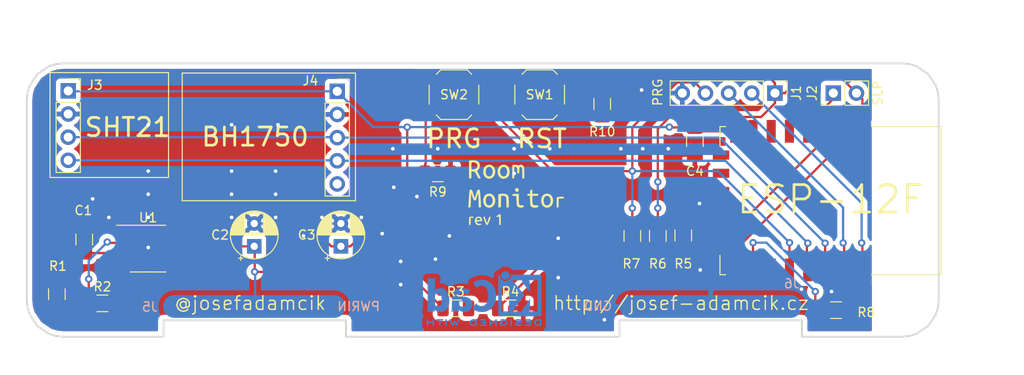
<source format=kicad_pcb>
(kicad_pcb (version 20171130) (host pcbnew 5.1.4-e60b266~84~ubuntu19.04.1)
  (layers (0 F.Cu signal hide) (31 B.Cu signal) (34 B.Paste user) (35 F.Paste user) (36 B.SilkS user) (37 F.SilkS user) (38 B.Mask user) (39 F.Mask user) (44 Edge.Cuts user))
  (net 0 "")
  (net 1 ADC)
  (net 2 PWR)
  (net 3 GND)
  (net 4 DTR)
  (net 5 RXD)
  (net 6 TXD)
  (net 7 RST)
  (net 8 "Net-(R9-Pad1)")
  (net 9 "Net-(R10-Pad1)")
  (net 10 SDA)
  (net 11 SCL)
  (net 12 /PWR+)
  (net 13 /GPIO16)
  (net 14 /EN)
  (net 15 /GPIO15)
  (net 16 /BYP)
  (net 17 /ADJ)
  (module logos:roommonitor-rev (layer F.Cu) (at 67.564 38.608)
    (fp_text reference Ref** hide)
    (fp_text value Val** hide)
  )
  (module logos:KiCad-Logo2_5mm_Copper_Mask (layer B.Cu) (at 70.104 45.72 180)
    (fp_text reference REF** hide)
    (fp_text value KiCad-Logo2_5mm_Copper_Mask hide)
    (fp_poly (pts (xy -2.9464 2.510946) (xy -2.935535 2.397007) (xy -2.903918 2.289384) (xy -2.853015 2.190385) (xy -2.784293 2.102316) (xy -2.699219 2.027484) (xy -2.602232 1.969616) (xy -2.495964 1.929995) (xy -2.38895 1.911427) (xy -2.2833 1.912566) (xy -2.181125 1.93207) (xy -2.084534 1.968594) (xy -1.995638 2.020795) (xy -1.916546 2.087327) (xy -1.849369 2.166848) (xy -1.796217 2.258013) (xy -1.759199 2.359477) (xy -1.740427 2.469898) (xy -1.738489 2.519794) (xy -1.738489 2.607733) (xy -1.68656 2.607733) (xy -1.650253 2.604889) (xy -1.623355 2.593089) (xy -1.596249 2.569351) (xy -1.557867 2.530969) (xy -1.557867 0.339398) (xy -1.557876 0.077261) (xy -1.557908 -0.163241) (xy -1.557972 -0.383048) (xy -1.558076 -0.583101) (xy -1.558227 -0.764344) (xy -1.558434 -0.927716) (xy -1.558706 -1.07416) (xy -1.55905 -1.204617) (xy -1.559474 -1.320029) (xy -1.559987 -1.421338) (xy -1.560597 -1.509484) (xy -1.561312 -1.58541) (xy -1.56214 -1.650057) (xy -1.563089 -1.704367) (xy -1.564167 -1.74928) (xy -1.565383 -1.78574) (xy -1.566745 -1.814687) (xy -1.568261 -1.837063) (xy -1.569938 -1.853809) (xy -1.571786 -1.865868) (xy -1.573813 -1.87418) (xy -1.576025 -1.879687) (xy -1.577108 -1.881537) (xy -1.581271 -1.888549) (xy -1.584805 -1.894996) (xy -1.588635 -1.9009) (xy -1.593682 -1.906286) (xy -1.600871 -1.911178) (xy -1.611123 -1.915598) (xy -1.625364 -1.919572) (xy -1.644514 -1.923121) (xy -1.669499 -1.92627) (xy -1.70124 -1.929042) (xy -1.740662 -1.931461) (xy -1.788686 -1.933551) (xy -1.846237 -1.935335) (xy -1.914237 -1.936837) (xy -1.99361 -1.93808) (xy -2.085279 -1.939089) (xy -2.190166 -1.939885) (xy -2.309196 -1.940494) (xy -2.44329 -1.940939) (xy -2.593373 -1.941243) (xy -2.760367 -1.94143) (xy -2.945196 -1.941524) (xy -3.148783 -1.941548) (xy -3.37205 -1.941525) (xy -3.615922 -1.94148) (xy -3.881321 -1.941437) (xy -3.919704 -1.941432) (xy -4.186682 -1.941389) (xy -4.432002 -1.941318) (xy -4.656583 -1.941213) (xy -4.861345 -1.941066) (xy -5.047206 -1.940869) (xy -5.215088 -1.940616) (xy -5.365908 -1.9403) (xy -5.500587 -1.939913) (xy -5.620044 -1.939447) (xy -5.725199 -1.938897) (xy -5.816971 -1.938253) (xy -5.896279 -1.937511) (xy -5.964043 -1.936661) (xy -6.021182 -1.935697) (xy -6.068617 -1.934611) (xy -6.107266 -1.933397) (xy -6.138049 -1.932047) (xy -6.161885 -1.930555) (xy -6.179694 -1.928911) (xy -6.192395 -1.927111) (xy -6.200908 -1.925145) (xy -6.205266 -1.923477) (xy -6.213728 -1.919906) (xy -6.221497 -1.91727) (xy -6.228602 -1.914634) (xy -6.235073 -1.911062) (xy -6.240939 -1.905621) (xy -6.246229 -1.897375) (xy -6.250974 -1.88539) (xy -6.255202 -1.868731) (xy -6.258943 -1.846463) (xy -6.262227 -1.817652) (xy -6.265083 -1.781363) (xy -6.26754 -1.736661) (xy -6.269629 -1.682611) (xy -6.271378 -1.618279) (xy -6.272817 -1.54273) (xy -6.273976 -1.45503) (xy -6.274883 -1.354243) (xy -6.275569 -1.239434) (xy -6.276063 -1.10967) (xy -6.276395 -0.964015) (xy -6.276593 -0.801535) (xy -6.276687 -0.621295) (xy -6.276708 -0.42236) (xy -6.276685 -0.203796) (xy -6.276646 0.035332) (xy -6.276622 0.29596) (xy -6.276622 0.338111) (xy -6.276636 0.601008) (xy -6.276661 0.842268) (xy -6.276671 1.062835) (xy -6.276642 1.263648) (xy -6.276548 1.445651) (xy -6.276362 1.609784) (xy -6.276059 1.756989) (xy -6.275614 1.888208) (xy -6.275034 1.998133) (xy -5.972197 1.998133) (xy -5.932407 1.940289) (xy -5.921236 1.924521) (xy -5.911166 1.910559) (xy -5.902138 1.897216) (xy -5.894097 1.883307) (xy -5.886986 1.867644) (xy -5.880747 1.849042) (xy -5.875325 1.826314) (xy -5.870662 1.798273) (xy -5.866701 1.763733) (xy -5.863385 1.721508) (xy -5.860659 1.670411) (xy -5.858464 1.609256) (xy -5.856745 1.536856) (xy -5.855444 1.452025) (xy -5.854505 1.353578) (xy -5.85387 1.240326) (xy -5.853484 1.111084) (xy -5.853288 0.964666) (xy -5.853227 0.799884) (xy -5.853243 0.615553) (xy -5.85328 0.410487) (xy -5.853289 0.287867) (xy -5.853265 0.070918) (xy -5.853231 -0.124642) (xy -5.853243 -0.299999) (xy -5.853358 -0.456341) (xy -5.85363 -0.594857) (xy -5.854118 -0.716734) (xy -5.854876 -0.82316) (xy -5.855962 -0.915322) (xy -5.857431 -0.994409) (xy -5.85934 -1.061608) (xy -5.861744 -1.118107) (xy -5.864701 -1.165093) (xy -5.868266 -1.203755) (xy -5.872495 -1.23528) (xy -5.877446 -1.260855) (xy -5.883173 -1.28167) (xy -5.889733 -1.298911) (xy -5.897183 -1.313765) (xy -5.905579 -1.327422) (xy -5.914976 -1.341069) (xy -5.925432 -1.355893) (xy -5.931523 -1.364783) (xy -5.970296 -1.4224) (xy -5.438732 -1.4224) (xy -5.315483 -1.422365) (xy -5.212987 -1.422215) (xy -5.12942 -1.421878) (xy -5.062956 -1.421286) (xy -5.011771 -1.420367) (xy -4.974041 -1.419051) (xy -4.94794 -1.417269) (xy -4.931644 -1.414951) (xy -4.923328 -1.412026) (xy -4.921168 -1.408424) (xy -4.923339 -1.404075) (xy -4.924535 -1.402645) (xy -4.949685 -1.365573) (xy -4.975583 -1.312772) (xy -4.999192 -1.25077) (xy -5.007461 -1.224357) (xy -5.012078 -1.206416) (xy -5.015979 -1.185355) (xy -5.019248 -1.159089) (xy -5.021966 -1.125532) (xy -5.024215 -1.082599) (xy -5.026077 -1.028204) (xy -5.027636 -0.960262) (xy -5.028972 -0.876688) (xy -5.030169 -0.775395) (xy -5.031308 -0.6543) (xy -5.031685 -0.6096) (xy -5.032702 -0.484449) (xy -5.03346 -0.380082) (xy -5.033903 -0.294707) (xy -5.03397 -0.226533) (xy -5.033605 -0.173765) (xy -5.032748 -0.134614) (xy -5.031341 -0.107285) (xy -5.029325 -0.089986) (xy -5.026643 -0.080926) (xy -5.023236 -0.078312) (xy -5.019044 -0.080351) (xy -5.014571 -0.084667) (xy -5.004216 -0.097602) (xy -4.982158 -0.126676) (xy -4.949957 -0.169759) (xy -4.909174 -0.224718) (xy -4.86137 -0.289423) (xy -4.808105 -0.361742) (xy -4.75094 -0.439544) (xy -4.691437 -0.520698) (xy -4.631155 -0.603072) (xy -4.571655 -0.684536) (xy -4.514498 -0.762957) (xy -4.461245 -0.836204) (xy -4.413457 -0.902147) (xy -4.372693 -0.958654) (xy -4.340516 -1.003593) (xy -4.318485 -1.034834) (xy -4.313917 -1.041466) (xy -4.290996 -1.078369) (xy -4.264188 -1.126359) (xy -4.238789 -1.175897) (xy -4.235568 -1.182577) (xy -4.21389 -1.230772) (xy -4.201304 -1.268334) (xy -4.195574 -1.30416) (xy -4.194456 -1.3462) (xy -4.19509 -1.4224) (xy -3.040651 -1.4224) (xy -3.131815 -1.328669) (xy -3.178612 -1.278775) (xy -3.228899 -1.222295) (xy -3.274944 -1.168026) (xy -3.295369 -1.142673) (xy -3.325807 -1.103128) (xy -3.365862 -1.049916) (xy -3.414361 -0.984667) (xy -3.470135 -0.909011) (xy -3.532011 -0.824577) (xy -3.598819 -0.732994) (xy -3.669387 -0.635892) (xy -3.742545 -0.534901) (xy -3.817121 -0.43165) (xy -3.891944 -0.327768) (xy -3.965843 -0.224885) (xy -4.037646 -0.124631) (xy -4.106184 -0.028636) (xy -4.170284 0.061473) (xy -4.228775 0.144064) (xy -4.280486 0.217508) (xy -4.324247 0.280176) (xy -4.358885 0.330439) (xy -4.38323 0.366666) (xy -4.396111 0.387229) (xy -4.397869 0.391332) (xy -4.38991 0.402658) (xy -4.369115 0.429838) (xy -4.336847 0.471171) (xy -4.29447 0.524956) (xy -4.243347 0.589494) (xy -4.184841 0.663082) (xy -4.120314 0.744022) (xy -4.051131 0.830612) (xy -3.978653 0.921152) (xy -3.904246 1.01394) (xy -3.844517 1.088298) (xy -2.833511 1.088298) (xy -2.827602 1.075341) (xy -2.813272 1.053092) (xy -2.812225 1.051609) (xy -2.793438 1.021456) (xy -2.773791 0.984625) (xy -2.769892 0.976489) (xy -2.766356 0.96806) (xy -2.76323 0.957941) (xy -2.760486 0.94474) (xy -2.758092 0.927062) (xy -2.756019 0.903516) (xy -2.754235 0.872707) (xy -2.752712 0.833243) (xy -2.751419 0.783731) (xy -2.750326 0.722777) (xy -2.749403 0.648989) (xy -2.748619 0.560972) (xy -2.747945 0.457335) (xy -2.74735 0.336684) (xy -2.746805 0.197626) (xy -2.746279 0.038768) (xy -2.745745 -0.140089) (xy -2.745206 -0.325207) (xy -2.744772 -0.489145) (xy -2.744509 -0.633303) (xy -2.744484 -0.759079) (xy -2.744765 -0.867871) (xy -2.745419 -0.961077) (xy -2.746514 -1.040097) (xy -2.748118 -1.106328) (xy -2.750297 -1.16117) (xy -2.753119 -1.206021) (xy -2.756651 -1.242278) (xy -2.760961 -1.271341) (xy -2.766117 -1.294609) (xy -2.772185 -1.313479) (xy -2.779233 -1.329351) (xy -2.787329 -1.343622) (xy -2.79654 -1.357691) (xy -2.80504 -1.370158) (xy -2.822176 -1.396452) (xy -2.832322 -1.414037) (xy -2.833511 -1.417257) (xy -2.822604 -1.418334) (xy -2.791411 -1.419335) (xy -2.742223 -1.420235) (xy -2.677333 -1.42101) (xy -2.59903 -1.421637) (xy -2.509607 -1.422091) (xy -2.411356 -1.422349) (xy -2.342445 -1.4224) (xy -2.237452 -1.42218) (xy -2.14061 -1.421548) (xy -2.054107 -1.420549) (xy -1.980132 -1.419227) (xy -1.920874 -1.417626) (xy -1.87852 -1.415791) (xy -1.85526 -1.413765) (xy -1.851378 -1.412493) (xy -1.859076 -1.397591) (xy -1.867074 -1.38956) (xy -1.880246 -1.372434) (xy -1.897485 -1.342183) (xy -1.909407 -1.317622) (xy -1.936045 -1.258711) (xy -1.93912 -0.081845) (xy -1.942195 1.095022) (xy -2.387853 1.095022) (xy -2.48567 1.094858) (xy -2.576064 1.094389) (xy -2.65663 1.093653) (xy -2.724962 1.092684) (xy -2.778656 1.09152) (xy -2.815305 1.090197) (xy -2.832504 1.088751) (xy -2.833511 1.088298) (xy -3.844517 1.088298) (xy -3.82927 1.107278) (xy -3.75509 1.199463) (xy -3.683069 1.288796) (xy -3.614569 1.373576) (xy -3.550955 1.452102) (xy -3.493588 1.522674) (xy -3.443833 1.583591) (xy -3.403052 1.633153) (xy -3.385888 1.653822) (xy -3.299596 1.754484) (xy -3.222997 1.837741) (xy -3.154183 1.905562) (xy -3.091248 1.959911) (xy -3.081867 1.967278) (xy -3.042356 1.997883) (xy -4.174116 1.998133) (xy -4.168827 1.950156) (xy -4.17213 1.892812) (xy -4.193661 1.824537) (xy -4.233635 1.744788) (xy -4.278943 1.672505) (xy -4.295161 1.64986) (xy -4.323214 1.612304) (xy -4.36143 1.561979) (xy -4.408137 1.501027) (xy -4.461661 1.431589) (xy -4.520331 1.355806) (xy -4.582475 1.27582) (xy -4.646421 1.193772) (xy -4.710495 1.111804) (xy -4.773027 1.032057) (xy -4.832343 0.956673) (xy -4.886771 0.887793) (xy -4.934639 0.827558) (xy -4.974275 0.778111) (xy -5.004006 0.741592) (xy -5.022161 0.720142) (xy -5.02522 0.716844) (xy -5.028079 0.724851) (xy -5.030293 0.755145) (xy -5.031857 0.807444) (xy -5.032767 0.881469) (xy -5.03302 0.976937) (xy -5.032613 1.093566) (xy -5.031704 1.213555) (xy -5.030382 1.345667) (xy -5.028857 1.457406) (xy -5.026881 1.550975) (xy -5.024206 1.628581) (xy -5.020582 1.692426) (xy -5.015761 1.744717) (xy -5.009494 1.787656) (xy -5.001532 1.823449) (xy -4.991627 1.8543) (xy -4.979531 1.882414) (xy -4.964993 1.909995) (xy -4.950311 1.935034) (xy -4.912314 1.998133) (xy -5.972197 1.998133) (xy -6.275034 1.998133) (xy -6.275001 2.004383) (xy -6.274195 2.106456) (xy -6.27317 2.195367) (xy -6.2719 2.272059) (xy -6.27036 2.337473) (xy -6.268524 2.392551) (xy -6.266367 2.438235) (xy -6.263863 2.475466) (xy -6.260987 2.505187) (xy -6.257713 2.528338) (xy -6.254015 2.545861) (xy -6.249869 2.558699) (xy -6.245247 2.567792) (xy -6.240126 2.574082) (xy -6.234478 2.578512) (xy -6.228279 2.582022) (xy -6.221504 2.585555) (xy -6.215508 2.589124) (xy -6.210275 2.5917) (xy -6.202099 2.594028) (xy -6.189886 2.596122) (xy -6.172541 2.597993) (xy -6.148969 2.599653) (xy -6.118077 2.601116) (xy -6.078768 2.602392) (xy -6.02995 2.603496) (xy -5.970527 2.604439) (xy -5.899404 2.605233) (xy -5.815488 2.605891) (xy -5.717683 2.606425) (xy -5.604894 2.606847) (xy -5.476029 2.607171) (xy -5.329991 2.607408) (xy -5.165686 2.60757) (xy -4.98202 2.60767) (xy -4.777897 2.60772) (xy -4.566753 2.607733) (xy -2.9464 2.607733) (xy -2.9464 2.510946)) (layer B.Cu) (width 0.01))
    (fp_poly (pts (xy 0.328429 2.050929) (xy 0.48857 2.029755) (xy 0.65251 1.989615) (xy 0.822313 1.930111) (xy 1.000043 1.850846) (xy 1.01131 1.845301) (xy 1.069005 1.817275) (xy 1.120552 1.793198) (xy 1.162191 1.774751) (xy 1.190162 1.763614) (xy 1.199733 1.761067) (xy 1.21895 1.756059) (xy 1.223561 1.751853) (xy 1.218458 1.74142) (xy 1.202418 1.715132) (xy 1.177288 1.675743) (xy 1.144914 1.626009) (xy 1.107143 1.568685) (xy 1.065822 1.506524) (xy 1.022798 1.442282) (xy 0.979917 1.378715) (xy 0.939026 1.318575) (xy 0.901971 1.26462) (xy 0.8706 1.219603) (xy 0.846759 1.186279) (xy 0.832294 1.167403) (xy 0.830309 1.165213) (xy 0.820191 1.169862) (xy 0.79785 1.187038) (xy 0.76728 1.21356) (xy 0.751536 1.228036) (xy 0.655047 1.303318) (xy 0.548336 1.358759) (xy 0.432832 1.393859) (xy 0.309962 1.40812) (xy 0.240561 1.406949) (xy 0.119423 1.389788) (xy 0.010205 1.353906) (xy -0.087418 1.299041) (xy -0.173772 1.22493) (xy -0.249185 1.131312) (xy -0.313982 1.017924) (xy -0.351399 0.931333) (xy -0.395252 0.795634) (xy -0.427572 0.64815) (xy -0.448443 0.492686) (xy -0.457949 0.333044) (xy -0.456173 0.173027) (xy -0.443197 0.016439) (xy -0.419106 -0.132918) (xy -0.383982 -0.27124) (xy -0.337908 -0.394724) (xy -0.321627 -0.428978) (xy -0.25338 -0.543064) (xy -0.172921 -0.639557) (xy -0.08143 -0.71767) (xy 0.019911 -0.776617) (xy 0.12992 -0.815612) (xy 0.247415 -0.833868) (xy 0.288883 -0.835211) (xy 0.410441 -0.82429) (xy 0.530878 -0.791474) (xy 0.648666 -0.737439) (xy 0.762277 -0.662865) (xy 0.853685 -0.584539) (xy 0.900215 -0.540008) (xy 1.081483 -0.837271) (xy 1.12658 -0.911433) (xy 1.167819 -0.979646) (xy 1.203735 -1.039459) (xy 1.232866 -1.08842) (xy 1.25375 -1.124079) (xy 1.264924 -1.143984) (xy 1.266375 -1.147079) (xy 1.258146 -1.156718) (xy 1.232567 -1.173999) (xy 1.192873 -1.197283) (xy 1.142297 -1.224934) (xy 1.084074 -1.255315) (xy 1.021437 -1.28679) (xy 0.957621 -1.317722) (xy 0.89586 -1.346473) (xy 0.839388 -1.371408) (xy 0.791438 -1.390889) (xy 0.767986 -1.399318) (xy 0.634221 -1.437133) (xy 0.496327 -1.462136) (xy 0.348622 -1.47514) (xy 0.221833 -1.477468) (xy 0.153878 -1.476373) (xy 0.088277 -1.474275) (xy 0.030847 -1.471434) (xy -0.012597 -1.468106) (xy -0.026702 -1.466422) (xy -0.165716 -1.437587) (xy -0.307243 -1.392468) (xy -0.444725 -1.33375) (xy -0.571606 -1.26412) (xy -0.649111 -1.211441) (xy -0.776519 -1.103239) (xy -0.894822 -0.976671) (xy -1.001828 -0.834866) (xy -1.095348 -0.680951) (xy -1.17319 -0.518053) (xy -1.217044 -0.400756) (xy -1.267292 -0.217128) (xy -1.300791 -0.022581) (xy -1.317551 0.178675) (xy -1.317584 0.382432) (xy -1.300899 0.584479) (xy -1.267507 0.780608) (xy -1.21742 0.966609) (xy -1.213603 0.978197) (xy -1.150719 1.14025) (xy -1.073972 1.288168) (xy -0.980758 1.426135) (xy -0.868473 1.558339) (xy -0.824608 1.603601) (xy -0.688466 1.727543) (xy -0.548509 1.830085) (xy -0.402589 1.912344) (xy -0.248558 1.975436) (xy -0.084268 2.020477) (xy 0.011289 2.037967) (xy 0.170023 2.053534) (xy 0.328429 2.050929)) (layer B.Cu) (width 0.01))
    (fp_poly (pts (xy 2.673574 1.133448) (xy 2.825492 1.113433) (xy 2.960756 1.079798) (xy 3.080239 1.032275) (xy 3.184815 0.970595) (xy 3.262424 0.907035) (xy 3.331265 0.832901) (xy 3.385006 0.753129) (xy 3.42791 0.660909) (xy 3.443384 0.617839) (xy 3.456244 0.578858) (xy 3.467446 0.542711) (xy 3.47712 0.507566) (xy 3.485396 0.47159) (xy 3.492403 0.43295) (xy 3.498272 0.389815) (xy 3.503131 0.340351) (xy 3.50711 0.282727) (xy 3.51034 0.215109) (xy 3.512949 0.135666) (xy 3.515067 0.042564) (xy 3.516824 -0.066027) (xy 3.518349 -0.191942) (xy 3.519772 -0.337012) (xy 3.521025 -0.479778) (xy 3.522351 -0.635968) (xy 3.523556 -0.771239) (xy 3.524766 -0.887246) (xy 3.526106 -0.985645) (xy 3.5277 -1.068093) (xy 3.529675 -1.136246) (xy 3.532156 -1.19176) (xy 3.535269 -1.236292) (xy 3.539138 -1.271498) (xy 3.543889 -1.299034) (xy 3.549648 -1.320556) (xy 3.556539 -1.337722) (xy 3.564689 -1.352186) (xy 3.574223 -1.365606) (xy 3.585266 -1.379638) (xy 3.589566 -1.385071) (xy 3.605386 -1.40791) (xy 3.612422 -1.423463) (xy 3.612444 -1.423922) (xy 3.601567 -1.426121) (xy 3.570582 -1.428147) (xy 3.521957 -1.429942) (xy 3.458163 -1.431451) (xy 3.381669 -1.432616) (xy 3.294944 -1.43338) (xy 3.200457 -1.433686) (xy 3.18955 -1.433689) (xy 2.766657 -1.433689) (xy 2.763395 -1.337622) (xy 2.760133 -1.241556) (xy 2.698044 -1.292543) (xy 2.600714 -1.360057) (xy 2.490813 -1.414749) (xy 2.404349 -1.444978) (xy 2.335278 -1.459666) (xy 2.251925 -1.469659) (xy 2.162159 -1.474646) (xy 2.073845 -1.474313) (xy 1.994851 -1.468351) (xy 1.958622 -1.462638) (xy 1.818603 -1.424776) (xy 1.692178 -1.369932) (xy 1.58026 -1.298924) (xy 1.483762 -1.212568) (xy 1.4036 -1.111679) (xy 1.340687 -0.997076) (xy 1.296312 -0.870984) (xy 1.283978 -0.814401) (xy 1.276368 -0.752202) (xy 1.272739 -0.677363) (xy 1.272245 -0.643467) (xy 1.27231 -0.640282) (xy 2.032248 -0.640282) (xy 2.041541 -0.715333) (xy 2.069728 -0.77916) (xy 2.118197 -0.834798) (xy 2.123254 -0.839211) (xy 2.171548 -0.874037) (xy 2.223257 -0.89662) (xy 2.283989 -0.90854) (xy 2.359352 -0.911383) (xy 2.377459 -0.910978) (xy 2.431278 -0.908325) (xy 2.471308 -0.902909) (xy 2.506324 -0.892745) (xy 2.545103 -0.87585) (xy 2.555745 -0.870672) (xy 2.616396 -0.834844) (xy 2.663215 -0.792212) (xy 2.675952 -0.776973) (xy 2.720622 -0.720462) (xy 2.720622 -0.524586) (xy 2.720086 -0.445939) (xy 2.718396 -0.387988) (xy 2.715428 -0.348875) (xy 2.711057 -0.326741) (xy 2.706972 -0.320274) (xy 2.691047 -0.317111) (xy 2.657264 -0.314488) (xy 2.61034 -0.312655) (xy 2.554993 -0.311857) (xy 2.546106 -0.311842) (xy 2.42533 -0.317096) (xy 2.32266 -0.333263) (xy 2.236106 -0.360961) (xy 2.163681 -0.400808) (xy 2.108751 -0.447758) (xy 2.064204 -0.505645) (xy 2.03948 -0.568693) (xy 2.032248 -0.640282) (xy 1.27231 -0.640282) (xy 1.274178 -0.549712) (xy 1.282522 -0.470812) (xy 1.298768 -0.39959) (xy 1.324405 -0.328864) (xy 1.348401 -0.276493) (xy 1.40702 -0.181196) (xy 1.485117 -0.09317) (xy 1.580315 -0.014017) (xy 1.690238 0.05466) (xy 1.81251 0.111259) (xy 1.944755 0.154179) (xy 2.009422 0.169118) (xy 2.145604 0.191223) (xy 2.294049 0.205806) (xy 2.445505 0.212187) (xy 2.572064 0.210555) (xy 2.73395 0.203776) (xy 2.72653 0.262755) (xy 2.707238 0.361908) (xy 2.676104 0.442628) (xy 2.632269 0.505534) (xy 2.574871 0.551244) (xy 2.503048 0.580378) (xy 2.415941 0.593553) (xy 2.312686 0.591389) (xy 2.274711 0.587388) (xy 2.13352 0.56222) (xy 1.996707 0.521186) (xy 1.902178 0.483185) (xy 1.857018 0.46381) (xy 1.818585 0.44824) (xy 1.792234 0.438595) (xy 1.784546 0.436548) (xy 1.774802 0.445626) (xy 1.758083 0.474595) (xy 1.734232 0.523783) (xy 1.703093 0.593516) (xy 1.664507 0.684121) (xy 1.65791 0.699911) (xy 1.627853 0.772228) (xy 1.600874 0.837575) (xy 1.578136 0.893094) (xy 1.560806 0.935928) (xy 1.550048 0.963219) (xy 1.546941 0.972058) (xy 1.55694 0.976813) (xy 1.583217 0.98209) (xy 1.611489 0.985769) (xy 1.641646 0.990526) (xy 1.689433 0.999972) (xy 1.750612 1.01318) (xy 1.820946 1.029224) (xy 1.896194 1.04718) (xy 1.924755 1.054203) (xy 2.029816 1.079791) (xy 2.11748 1.099853) (xy 2.192068 1.115031) (xy 2.257903 1.125965) (xy 2.319307 1.133296) (xy 2.380602 1.137665) (xy 2.44611 1.139713) (xy 2.504128 1.140111) (xy 2.673574 1.133448)) (layer B.Cu) (width 0.01))
    (fp_poly (pts (xy 6.186507 0.527755) (xy 6.186526 0.293338) (xy 6.186552 0.080397) (xy 6.186625 -0.112168) (xy 6.186782 -0.285459) (xy 6.187064 -0.440576) (xy 6.187509 -0.57862) (xy 6.188156 -0.700692) (xy 6.189045 -0.807894) (xy 6.190213 -0.901326) (xy 6.191701 -0.98209) (xy 6.193546 -1.051286) (xy 6.195789 -1.110015) (xy 6.198469 -1.159379) (xy 6.201623 -1.200478) (xy 6.205292 -1.234413) (xy 6.209513 -1.262286) (xy 6.214327 -1.285198) (xy 6.219773 -1.304249) (xy 6.225888 -1.32054) (xy 6.232712 -1.335173) (xy 6.240285 -1.349249) (xy 6.248645 -1.363868) (xy 6.253839 -1.372974) (xy 6.288104 -1.433689) (xy 5.429955 -1.433689) (xy 5.429955 -1.337733) (xy 5.429224 -1.29437) (xy 5.427272 -1.261205) (xy 5.424463 -1.243424) (xy 5.423221 -1.241778) (xy 5.411799 -1.248662) (xy 5.389084 -1.266505) (xy 5.366385 -1.285879) (xy 5.3118 -1.326614) (xy 5.242321 -1.367617) (xy 5.16527 -1.405123) (xy 5.087965 -1.435364) (xy 5.057113 -1.445012) (xy 4.988616 -1.459578) (xy 4.905764 -1.469539) (xy 4.816371 -1.474583) (xy 4.728248 -1.474396) (xy 4.649207 -1.468666) (xy 4.611511 -1.462858) (xy 4.473414 -1.424797) (xy 4.346113 -1.367073) (xy 4.230292 -1.290211) (xy 4.126637 -1.194739) (xy 4.035833 -1.081179) (xy 3.969031 -0.970381) (xy 3.914164 -0.853625) (xy 3.872163 -0.734276) (xy 3.842167 -0.608283) (xy 3.823311 -0.471594) (xy 3.814732 -0.320158) (xy 3.814006 -0.242711) (xy 3.8161 -0.185934) (xy 4.645217 -0.185934) (xy 4.645424 -0.279002) (xy 4.648337 -0.366692) (xy 4.654 -0.443772) (xy 4.662455 -0.505009) (xy 4.665038 -0.51735) (xy 4.69684 -0.624633) (xy 4.738498 -0.711658) (xy 4.790363 -0.778642) (xy 4.852781 -0.825805) (xy 4.9261 -0.853365) (xy 5.010669 -0.861541) (xy 5.106835 -0.850551) (xy 5.170311 -0.834829) (xy 5.219454 -0.816639) (xy 5.273583 -0.790791) (xy 5.314244 -0.767089) (xy 5.3848 -0.720721) (xy 5.3848 0.42947) (xy 5.317392 0.473038) (xy 5.238867 0.51396) (xy 5.154681 0.540611) (xy 5.069557 0.552535) (xy 4.988216 0.549278) (xy 4.91538 0.530385) (xy 4.883426 0.514816) (xy 4.825501 0.471819) (xy 4.776544 0.415047) (xy 4.73539 0.342425) (xy 4.700874 0.251879) (xy 4.671833 0.141334) (xy 4.670552 0.135467) (xy 4.660381 0.073212) (xy 4.652739 -0.004594) (xy 4.64767 -0.09272) (xy 4.645217 -0.185934) (xy 3.8161 -0.185934) (xy 3.821857 -0.029895) (xy 3.843802 0.165941) (xy 3.879786 0.344668) (xy 3.929759 0.506155) (xy 3.993668 0.650274) (xy 4.071462 0.776894) (xy 4.163089 0.885885) (xy 4.268497 0.977117) (xy 4.313662 1.008068) (xy 4.414611 1.064215) (xy 4.517901 1.103826) (xy 4.627989 1.127986) (xy 4.74933 1.137781) (xy 4.841836 1.136735) (xy 4.97149 1.125769) (xy 5.084084 1.103954) (xy 5.182875 1.070286) (xy 5.271121 1.023764) (xy 5.319986 0.989552) (xy 5.349353 0.967638) (xy 5.371043 0.952667) (xy 5.379253 0.948267) (xy 5.380868 0.959096) (xy 5.382159 0.989749) (xy 5.383138 1.037474) (xy 5.383817 1.099521) (xy 5.38421 1.173138) (xy 5.38433 1.255573) (xy 5.384188 1.344075) (xy 5.383797 1.435893) (xy 5.383171 1.528276) (xy 5.38232 1.618472) (xy 5.38126 1.703729) (xy 5.380001 1.781297) (xy 5.378556 1.848424) (xy 5.376938 1.902359) (xy 5.375161 1.94035) (xy 5.374669 1.947333) (xy 5.367092 2.017749) (xy 5.355531 2.072898) (xy 5.337792 2.120019) (xy 5.311682 2.166353) (xy 5.305415 2.175933) (xy 5.280983 2.212622) (xy 6.186311 2.212622) (xy 6.186507 0.527755)) (layer B.Cu) (width 0.01))
    (fp_poly (pts (xy -2.273043 2.973429) (xy -2.176768 2.949191) (xy -2.090184 2.906359) (xy -2.015373 2.846581) (xy -1.954418 2.771506) (xy -1.909399 2.68278) (xy -1.883136 2.58647) (xy -1.877286 2.489205) (xy -1.89214 2.395346) (xy -1.92584 2.307489) (xy -1.976528 2.22823) (xy -2.042345 2.160164) (xy -2.121434 2.105888) (xy -2.211934 2.067998) (xy -2.2632 2.055574) (xy -2.307698 2.048053) (xy -2.341999 2.045081) (xy -2.37496 2.046906) (xy -2.415434 2.053775) (xy -2.448531 2.06075) (xy -2.541947 2.092259) (xy -2.625619 2.143383) (xy -2.697665 2.212571) (xy -2.7562 2.298272) (xy -2.770148 2.325511) (xy -2.786586 2.361878) (xy -2.796894 2.392418) (xy -2.80246 2.42455) (xy -2.804669 2.465693) (xy -2.804948 2.511778) (xy -2.800861 2.596135) (xy -2.787446 2.665414) (xy -2.762256 2.726039) (xy -2.722846 2.784433) (xy -2.684298 2.828698) (xy -2.612406 2.894516) (xy -2.537313 2.939947) (xy -2.454562 2.96715) (xy -2.376928 2.977424) (xy -2.273043 2.973429)) (layer B.Cu) (width 0.01))
    (fp_poly (pts (xy -6.121371 -2.269066) (xy -6.081889 -2.269467) (xy -5.9662 -2.272259) (xy -5.869311 -2.28055) (xy -5.787919 -2.295232) (xy -5.718723 -2.317193) (xy -5.65842 -2.347322) (xy -5.603708 -2.38651) (xy -5.584167 -2.403532) (xy -5.55175 -2.443363) (xy -5.52252 -2.497413) (xy -5.499991 -2.557323) (xy -5.487679 -2.614739) (xy -5.4864 -2.635956) (xy -5.494417 -2.694769) (xy -5.515899 -2.759013) (xy -5.546999 -2.819821) (xy -5.583866 -2.86833) (xy -5.589854 -2.874182) (xy -5.640579 -2.915321) (xy -5.696125 -2.947435) (xy -5.759696 -2.971365) (xy -5.834494 -2.987953) (xy -5.923722 -2.998041) (xy -6.030582 -3.002469) (xy -6.079528 -3.002845) (xy -6.141762 -3.002545) (xy -6.185528 -3.001292) (xy -6.214931 -2.998554) (xy -6.234079 -2.993801) (xy -6.247077 -2.986501) (xy -6.254045 -2.980267) (xy -6.260626 -2.972694) (xy -6.265788 -2.962924) (xy -6.269703 -2.94834) (xy -6.272543 -2.926326) (xy -6.27448 -2.894264) (xy -6.275684 -2.849536) (xy -6.276328 -2.789526) (xy -6.276583 -2.711617) (xy -6.276622 -2.635956) (xy -6.27687 -2.535041) (xy -6.276817 -2.454427) (xy -6.275857 -2.415822) (xy -6.129867 -2.415822) (xy -6.129867 -2.856089) (xy -6.036734 -2.856004) (xy -5.980693 -2.854396) (xy -5.921999 -2.850256) (xy -5.873028 -2.844464) (xy -5.871538 -2.844226) (xy -5.792392 -2.82509) (xy -5.731002 -2.795287) (xy -5.684305 -2.752878) (xy -5.654635 -2.706961) (xy -5.636353 -2.656026) (xy -5.637771 -2.6082) (xy -5.658988 -2.556933) (xy -5.700489 -2.503899) (xy -5.757998 -2.4646) (xy -5.83275 -2.438331) (xy -5.882708 -2.429035) (xy -5.939416 -2.422507) (xy -5.999519 -2.417782) (xy -6.050639 -2.415817) (xy -6.053667 -2.415808) (xy -6.129867 -2.415822) (xy -6.275857 -2.415822) (xy -6.27526 -2.391851) (xy -6.270998 -2.345055) (xy -6.26283 -2.311778) (xy -6.249556 -2.289759) (xy -6.229974 -2.276739) (xy -6.202883 -2.270457) (xy -6.167082 -2.268653) (xy -6.121371 -2.269066)) (layer B.Cu) (width 0.01))
    (fp_poly (pts (xy -4.712794 -2.269146) (xy -4.643386 -2.269518) (xy -4.590997 -2.270385) (xy -4.552847 -2.271946) (xy -4.526159 -2.274403) (xy -4.508153 -2.277957) (xy -4.496049 -2.28281) (xy -4.487069 -2.289161) (xy -4.483818 -2.292084) (xy -4.464043 -2.323142) (xy -4.460482 -2.358828) (xy -4.473491 -2.39051) (xy -4.479506 -2.396913) (xy -4.489235 -2.403121) (xy -4.504901 -2.40791) (xy -4.529408 -2.411514) (xy -4.565661 -2.414164) (xy -4.616565 -2.416095) (xy -4.685026 -2.417539) (xy -4.747617 -2.418418) (xy -4.995334 -2.421467) (xy -4.998719 -2.486378) (xy -5.002105 -2.551289) (xy -4.833958 -2.551289) (xy -4.760959 -2.551919) (xy -4.707517 -2.554553) (xy -4.670628 -2.560309) (xy -4.647288 -2.570304) (xy -4.634494 -2.585656) (xy -4.629242 -2.607482) (xy -4.628445 -2.627738) (xy -4.630923 -2.652592) (xy -4.640277 -2.670906) (xy -4.659383 -2.683637) (xy -4.691118 -2.691741) (xy -4.738359 -2.696176) (xy -4.803983 -2.697899) (xy -4.839801 -2.698045) (xy -5.000978 -2.698045) (xy -5.000978 -2.856089) (xy -4.752622 -2.856089) (xy -4.671213 -2.856202) (xy -4.609342 -2.856712) (xy -4.563968 -2.85787) (xy -4.532054 -2.85993) (xy -4.510559 -2.863146) (xy -4.496443 -2.867772) (xy -4.486668 -2.874059) (xy -4.481689 -2.878667) (xy -4.46461 -2.90556) (xy -4.459111 -2.929467) (xy -4.466963 -2.958667) (xy -4.481689 -2.980267) (xy -4.489546 -2.987066) (xy -4.499688 -2.992346) (xy -4.514844 -2.996298) (xy -4.537741 -2.999113) (xy -4.571109 -3.000982) (xy -4.617675 -3.002098) (xy -4.680167 -3.002651) (xy -4.761314 -3.002833) (xy -4.803422 -3.002845) (xy -4.893598 -3.002765) (xy -4.963924 -3.002398) (xy -5.017129 -3.001552) (xy -5.05594 -3.000036) (xy -5.083087 -2.997659) (xy -5.101298 -2.994229) (xy -5.1133 -2.989554) (xy -5.121822 -2.983444) (xy -5.125156 -2.980267) (xy -5.131755 -2.97267) (xy -5.136927 -2.96287) (xy -5.140846 -2.948239) (xy -5.143684 -2.926152) (xy -5.145615 -2.893982) (xy -5.146812 -2.849103) (xy -5.147448 -2.788889) (xy -5.147697 -2.710713) (xy -5.147734 -2.637923) (xy -5.1477 -2.544707) (xy -5.147465 -2.471431) (xy -5.14683 -2.415458) (xy -5.145594 -2.374151) (xy -5.143556 -2.344872) (xy -5.140517 -2.324984) (xy -5.136277 -2.31185) (xy -5.130635 -2.302832) (xy -5.123391 -2.295293) (xy -5.121606 -2.293612) (xy -5.112945 -2.286172) (xy -5.102882 -2.280409) (xy -5.088625 -2.276112) (xy -5.067383 -2.273064) (xy -5.036364 -2.271051) (xy -4.992777 -2.26986) (xy -4.933831 -2.269275) (xy -4.856734 -2.269083) (xy -4.802001 -2.269067) (xy -4.712794 -2.269146)) (layer B.Cu) (width 0.01))
    (fp_poly (pts (xy -3.691703 -2.270351) (xy -3.616888 -2.275581) (xy -3.547306 -2.28375) (xy -3.487002 -2.29455) (xy -3.44002 -2.307673) (xy -3.410406 -2.322813) (xy -3.40586 -2.327269) (xy -3.390054 -2.36185) (xy -3.394847 -2.397351) (xy -3.419364 -2.427725) (xy -3.420534 -2.428596) (xy -3.434954 -2.437954) (xy -3.450008 -2.442876) (xy -3.471005 -2.443473) (xy -3.503257 -2.439861) (xy -3.552073 -2.432154) (xy -3.556 -2.431505) (xy -3.628739 -2.422569) (xy -3.707217 -2.418161) (xy -3.785927 -2.418119) (xy -3.859361 -2.422279) (xy -3.922011 -2.430479) (xy -3.96837 -2.442557) (xy -3.971416 -2.443771) (xy -4.005048 -2.462615) (xy -4.016864 -2.481685) (xy -4.007614 -2.500439) (xy -3.978047 -2.518337) (xy -3.928911 -2.534837) (xy -3.860957 -2.549396) (xy -3.815645 -2.556406) (xy -3.721456 -2.569889) (xy -3.646544 -2.582214) (xy -3.587717 -2.594449) (xy -3.541785 -2.607661) (xy -3.505555 -2.622917) (xy -3.475838 -2.641285) (xy -3.449442 -2.663831) (xy -3.42823 -2.685971) (xy -3.403065 -2.716819) (xy -3.390681 -2.743345) (xy -3.386808 -2.776026) (xy -3.386667 -2.787995) (xy -3.389576 -2.827712) (xy -3.401202 -2.857259) (xy -3.421323 -2.883486) (xy -3.462216 -2.923576) (xy -3.507817 -2.954149) (xy -3.561513 -2.976203) (xy -3.626692 -2.990735) (xy -3.706744 -2.998741) (xy -3.805057 -3.001218) (xy -3.821289 -3.001177) (xy -3.886849 -2.999818) (xy -3.951866 -2.99673) (xy -4.009252 -2.992356) (xy -4.051922 -2.98714) (xy -4.055372 -2.986541) (xy -4.097796 -2.976491) (xy -4.13378 -2.963796) (xy -4.15415 -2.95219) (xy -4.173107 -2.921572) (xy -4.174427 -2.885918) (xy -4.158085 -2.854144) (xy -4.154429 -2.850551) (xy -4.139315 -2.839876) (xy -4.120415 -2.835276) (xy -4.091162 -2.836059) (xy -4.055651 -2.840127) (xy -4.01597 -2.843762) (xy -3.960345 -2.846828) (xy -3.895406 -2.849053) (xy -3.827785 -2.850164) (xy -3.81 -2.850237) (xy -3.742128 -2.849964) (xy -3.692454 -2.848646) (xy -3.65661 -2.845827) (xy -3.630224 -2.84105) (xy -3.608926 -2.833857) (xy -3.596126 -2.827867) (xy -3.568 -2.811233) (xy -3.550068 -2.796168) (xy -3.547447 -2.791897) (xy -3.552976 -2.774263) (xy -3.57926 -2.757192) (xy -3.624478 -2.741458) (xy -3.686808 -2.727838) (xy -3.705171 -2.724804) (xy -3.80109 -2.709738) (xy -3.877641 -2.697146) (xy -3.93778 -2.686111) (xy -3.98446 -2.67572) (xy -4.020637 -2.665056) (xy -4.049265 -2.653205) (xy -4.073298 -2.639251) (xy -4.095692 -2.622281) (xy -4.119402 -2.601378) (xy -4.12738 -2.594049) (xy -4.155353 -2.566699) (xy -4.17016 -2.545029) (xy -4.175952 -2.520232) (xy -4.176889 -2.488983) (xy -4.166575 -2.427705) (xy -4.135752 -2.37564) (xy -4.084595 -2.332958) (xy -4.013283 -2.299825) (xy -3.9624 -2.284964) (xy -3.9071 -2.275366) (xy -3.840853 -2.269936) (xy -3.767706 -2.268367) (xy -3.691703 -2.270351)) (layer B.Cu) (width 0.01))
    (fp_poly (pts (xy -2.923822 -2.291645) (xy -2.917242 -2.299218) (xy -2.912079 -2.308987) (xy -2.908164 -2.323571) (xy -2.905324 -2.345585) (xy -2.903387 -2.377648) (xy -2.902183 -2.422375) (xy -2.901539 -2.482385) (xy -2.901284 -2.560294) (xy -2.901245 -2.635956) (xy -2.901314 -2.729802) (xy -2.901638 -2.803689) (xy -2.902386 -2.860232) (xy -2.903732 -2.902049) (xy -2.905846 -2.931757) (xy -2.9089 -2.951973) (xy -2.913066 -2.965314) (xy -2.918516 -2.974398) (xy -2.923822 -2.980267) (xy -2.956826 -2.999947) (xy -2.991991 -2.998181) (xy -3.023455 -2.976717) (xy -3.030684 -2.968337) (xy -3.036334 -2.958614) (xy -3.040599 -2.944861) (xy -3.043673 -2.924389) (xy -3.045752 -2.894512) (xy -3.04703 -2.852541) (xy -3.047701 -2.795789) (xy -3.047959 -2.721567) (xy -3.048 -2.637537) (xy -3.048 -2.324485) (xy -3.020291 -2.296776) (xy -2.986137 -2.273463) (xy -2.953006 -2.272623) (xy -2.923822 -2.291645)) (layer B.Cu) (width 0.01))
    (fp_poly (pts (xy -1.950081 -2.274599) (xy -1.881565 -2.286095) (xy -1.828943 -2.303967) (xy -1.794708 -2.327499) (xy -1.785379 -2.340924) (xy -1.775893 -2.372148) (xy -1.782277 -2.400395) (xy -1.80243 -2.427182) (xy -1.833745 -2.439713) (xy -1.879183 -2.438696) (xy -1.914326 -2.431906) (xy -1.992419 -2.418971) (xy -2.072226 -2.417742) (xy -2.161555 -2.428241) (xy -2.186229 -2.43269) (xy -2.269291 -2.456108) (xy -2.334273 -2.490945) (xy -2.380461 -2.536604) (xy -2.407145 -2.592494) (xy -2.412663 -2.621388) (xy -2.409051 -2.680012) (xy -2.385729 -2.731879) (xy -2.344824 -2.775978) (xy -2.288459 -2.811299) (xy -2.21876 -2.836829) (xy -2.137852 -2.851559) (xy -2.04786 -2.854478) (xy -1.95091 -2.844575) (xy -1.945436 -2.843641) (xy -1.906875 -2.836459) (xy -1.885494 -2.829521) (xy -1.876227 -2.819227) (xy -1.874006 -2.801976) (xy -1.873956 -2.792841) (xy -1.873956 -2.754489) (xy -1.942431 -2.754489) (xy -2.0029 -2.750347) (xy -2.044165 -2.737147) (xy -2.068175 -2.71373) (xy -2.076877 -2.678936) (xy -2.076983 -2.674394) (xy -2.071892 -2.644654) (xy -2.054433 -2.623419) (xy -2.021939 -2.609366) (xy -1.971743 -2.601173) (xy -1.923123 -2.598161) (xy -1.852456 -2.596433) (xy -1.801198 -2.59907) (xy -1.766239 -2.6088) (xy -1.74447 -2.628353) (xy -1.73278 -2.660456) (xy -1.72806 -2.707838) (xy -1.7272 -2.770071) (xy -1.728609 -2.839535) (xy -1.732848 -2.886786) (xy -1.739936 -2.912012) (xy -1.741311 -2.913988) (xy -1.780228 -2.945508) (xy -1.837286 -2.97047) (xy -1.908869 -2.98834) (xy -1.991358 -2.998586) (xy -2.081139 -3.000673) (xy -2.174592 -2.994068) (xy -2.229556 -2.985956) (xy -2.315766 -2.961554) (xy -2.395892 -2.921662) (xy -2.462977 -2.869887) (xy -2.473173 -2.859539) (xy -2.506302 -2.816035) (xy -2.536194 -2.762118) (xy -2.559357 -2.705592) (xy -2.572298 -2.654259) (xy -2.573858 -2.634544) (xy -2.567218 -2.593419) (xy -2.549568 -2.542252) (xy -2.524297 -2.488394) (xy -2.494789 -2.439195) (xy -2.468719 -2.406334) (xy -2.407765 -2.357452) (xy -2.328969 -2.318545) (xy -2.235157 -2.290494) (xy -2.12915 -2.274179) (xy -2.032 -2.270192) (xy -1.950081 -2.274599)) (layer B.Cu) (width 0.01))
    (fp_poly (pts (xy -1.300114 -2.273448) (xy -1.276548 -2.287273) (xy -1.245735 -2.309881) (xy -1.206078 -2.342338) (xy -1.15598 -2.385708) (xy -1.093843 -2.441058) (xy -1.018072 -2.509451) (xy -0.931334 -2.588084) (xy -0.750711 -2.751878) (xy -0.745067 -2.532029) (xy -0.743029 -2.456351) (xy -0.741063 -2.399994) (xy -0.738734 -2.359706) (xy -0.735606 -2.332235) (xy -0.731245 -2.314329) (xy -0.725216 -2.302737) (xy -0.717084 -2.294208) (xy -0.712772 -2.290623) (xy -0.678241 -2.27167) (xy -0.645383 -2.274441) (xy -0.619318 -2.290633) (xy -0.592667 -2.312199) (xy -0.589352 -2.627151) (xy -0.588435 -2.719779) (xy -0.587968 -2.792544) (xy -0.588113 -2.848161) (xy -0.589032 -2.889342) (xy -0.590887 -2.918803) (xy -0.593839 -2.939255) (xy -0.59805 -2.953413) (xy -0.603682 -2.963991) (xy -0.609927 -2.972474) (xy -0.623439 -2.988207) (xy -0.636883 -2.998636) (xy -0.652124 -3.002639) (xy -0.671026 -2.999094) (xy -0.695455 -2.986879) (xy -0.727273 -2.964871) (xy -0.768348 -2.931949) (xy -0.820542 -2.886991) (xy -0.885722 -2.828875) (xy -0.959556 -2.762099) (xy -1.224845 -2.521458) (xy -1.230489 -2.740589) (xy -1.232531 -2.816128) (xy -1.234502 -2.872354) (xy -1.236839 -2.912524) (xy -1.239981 -2.939896) (xy -1.244364 -2.957728) (xy -1.250424 -2.969279) (xy -1.2586 -2.977807) (xy -1.262784 -2.981282) (xy -1.299765 -3.000372) (xy -1.334708 -2.997493) (xy -1.365136 -2.9731) (xy -1.372097 -2.963286) (xy -1.377523 -2.951826) (xy -1.381603 -2.935968) (xy -1.384529 -2.912963) (xy -1.386492 -2.880062) (xy -1.387683 -2.834516) (xy -1.388292 -2.773573) (xy -1.388511 -2.694486) (xy -1.388534 -2.635956) (xy -1.38846 -2.544407) (xy -1.388113 -2.472687) (xy -1.387301 -2.418045) (xy -1.385833 -2.377732) (xy -1.383519 -2.348998) (xy -1.380167 -2.329093) (xy -1.375588 -2.315268) (xy -1.369589 -2.304772) (xy -1.365136 -2.298811) (xy -1.35385 -2.284691) (xy -1.343301 -2.274029) (xy -1.331893 -2.267892) (xy -1.31803 -2.267343) (xy -1.300114 -2.273448)) (layer B.Cu) (width 0.01))
    (fp_poly (pts (xy 0.230343 -2.26926) (xy 0.306701 -2.270174) (xy 0.365217 -2.272311) (xy 0.408255 -2.276175) (xy 0.438183 -2.282267) (xy 0.457368 -2.29109) (xy 0.468176 -2.303146) (xy 0.472973 -2.318939) (xy 0.474127 -2.33897) (xy 0.474133 -2.341335) (xy 0.473131 -2.363992) (xy 0.468396 -2.381503) (xy 0.457333 -2.394574) (xy 0.437348 -2.403913) (xy 0.405846 -2.410227) (xy 0.360232 -2.414222) (xy 0.297913 -2.416606) (xy 0.216293 -2.418086) (xy 0.191277 -2.418414) (xy -0.0508 -2.421467) (xy -0.054186 -2.486378) (xy -0.057571 -2.551289) (xy 0.110576 -2.551289) (xy 0.176266 -2.551531) (xy 0.223172 -2.552556) (xy 0.255083 -2.554811) (xy 0.275791 -2.558742) (xy 0.289084 -2.564798) (xy 0.298755 -2.573424) (xy 0.298817 -2.573493) (xy 0.316356 -2.607112) (xy 0.315722 -2.643448) (xy 0.297314 -2.674423) (xy 0.293671 -2.677607) (xy 0.280741 -2.685812) (xy 0.263024 -2.691521) (xy 0.23657 -2.695162) (xy 0.197432 -2.697167) (xy 0.141662 -2.697964) (xy 0.105994 -2.698045) (xy -0.056445 -2.698045) (xy -0.056445 -2.856089) (xy 0.190161 -2.856089) (xy 0.27158 -2.856231) (xy 0.33341 -2.856814) (xy 0.378637 -2.858068) (xy 0.410248 -2.860227) (xy 0.431231 -2.863523) (xy 0.444573 -2.868189) (xy 0.453261 -2.874457) (xy 0.45545 -2.876733) (xy 0.471614 -2.90828) (xy 0.472797 -2.944168) (xy 0.459536 -2.975285) (xy 0.449043 -2.985271) (xy 0.438129 -2.990769) (xy 0.421217 -2.995022) (xy 0.395633 -2.99818) (xy 0.358701 -3.000392) (xy 0.307746 -3.001806) (xy 0.240094 -3.002572) (xy 0.153069 -3.002838) (xy 0.133394 -3.002845) (xy 0.044911 -3.002787) (xy -0.023773 -3.002467) (xy -0.075436 -3.001667) (xy -0.112855 -3.000167) (xy -0.13881 -2.997749) (xy -0.156078 -2.994194) (xy -0.167438 -2.989282) (xy -0.175668 -2.982795) (xy -0.180183 -2.978138) (xy -0.186979 -2.969889) (xy -0.192288 -2.959669) (xy -0.196294 -2.9448) (xy -0.199179 -2.922602) (xy -0.201126 -2.890393) (xy -0.202319 -2.845496) (xy -0.202939 -2.785228) (xy -0.203171 -2.706911) (xy -0.2032 -2.640994) (xy -0.203129 -2.548628) (xy -0.202792 -2.476117) (xy -0.202002 -2.420737) (xy -0.200574 -2.379765) (xy -0.198321 -2.350478) (xy -0.195057 -2.330153) (xy -0.190596 -2.316066) (xy -0.184752 -2.305495) (xy -0.179803 -2.298811) (xy -0.156406 -2.269067) (xy 0.133774 -2.269067) (xy 0.230343 -2.26926)) (layer B.Cu) (width 0.01))
    (fp_poly (pts (xy 1.018309 -2.269275) (xy 1.147288 -2.273636) (xy 1.256991 -2.286861) (xy 1.349226 -2.309741) (xy 1.425802 -2.34307) (xy 1.488527 -2.387638) (xy 1.539212 -2.444236) (xy 1.579663 -2.513658) (xy 1.580459 -2.515351) (xy 1.604601 -2.577483) (xy 1.613203 -2.632509) (xy 1.606231 -2.687887) (xy 1.583654 -2.751073) (xy 1.579372 -2.760689) (xy 1.550172 -2.816966) (xy 1.517356 -2.860451) (xy 1.475002 -2.897417) (xy 1.41719 -2.934135) (xy 1.413831 -2.936052) (xy 1.363504 -2.960227) (xy 1.306621 -2.978282) (xy 1.239527 -2.990839) (xy 1.158565 -2.998522) (xy 1.060082 -3.001953) (xy 1.025286 -3.002251) (xy 0.859594 -3.002845) (xy 0.836197 -2.9731) (xy 0.829257 -2.963319) (xy 0.823842 -2.951897) (xy 0.819765 -2.936095) (xy 0.816837 -2.913175) (xy 0.814867 -2.880396) (xy 0.814225 -2.856089) (xy 0.970844 -2.856089) (xy 1.064726 -2.856089) (xy 1.119664 -2.854483) (xy 1.17606 -2.850255) (xy 1.222345 -2.844292) (xy 1.225139 -2.84379) (xy 1.307348 -2.821736) (xy 1.371114 -2.7886) (xy 1.418452 -2.742847) (xy 1.451382 -2.682939) (xy 1.457108 -2.667061) (xy 1.462721 -2.642333) (xy 1.460291 -2.617902) (xy 1.448467 -2.5854) (xy 1.44134 -2.569434) (xy 1.418 -2.527006) (xy 1.38988 -2.49724) (xy 1.35894 -2.476511) (xy 1.296966 -2.449537) (xy 1.217651 -2.429998) (xy 1.125253 -2.418746) (xy 1.058333 -2.41627) (xy 0.970844 -2.415822) (xy 0.970844 -2.856089) (xy 0.814225 -2.856089) (xy 0.813668 -2.835021) (xy 0.81305 -2.774311) (xy 0.812825 -2.695526) (xy 0.8128 -2.63392) (xy 0.8128 -2.324485) (xy 0.840509 -2.296776) (xy 0.852806 -2.285544) (xy 0.866103 -2.277853) (xy 0.884672 -2.27304) (xy 0.912786 -2.270446) (xy 0.954717 -2.26941) (xy 1.014737 -2.26927) (xy 1.018309 -2.269275)) (layer B.Cu) (width 0.01))
    (fp_poly (pts (xy 3.744665 -2.271034) (xy 3.764255 -2.278035) (xy 3.76501 -2.278377) (xy 3.791613 -2.298678) (xy 3.80627 -2.319561) (xy 3.809138 -2.329352) (xy 3.808996 -2.342361) (xy 3.804961 -2.360895) (xy 3.796146 -2.387257) (xy 3.781669 -2.423752) (xy 3.760645 -2.472687) (xy 3.732188 -2.536365) (xy 3.695415 -2.617093) (xy 3.675175 -2.661216) (xy 3.638625 -2.739985) (xy 3.604315 -2.812423) (xy 3.573552 -2.87588) (xy 3.547648 -2.927708) (xy 3.52791 -2.965259) (xy 3.51565 -2.985884) (xy 3.513224 -2.988733) (xy 3.482183 -3.001302) (xy 3.447121 -2.999619) (xy 3.419 -2.984332) (xy 3.417854 -2.983089) (xy 3.406668 -2.966154) (xy 3.387904 -2.93317) (xy 3.363875 -2.88838) (xy 3.336897 -2.836032) (xy 3.327201 -2.816742) (xy 3.254014 -2.67015) (xy 3.17424 -2.829393) (xy 3.145767 -2.884415) (xy 3.11935 -2.932132) (xy 3.097148 -2.968893) (xy 3.081319 -2.991044) (xy 3.075954 -2.995741) (xy 3.034257 -3.002102) (xy 2.999849 -2.988733) (xy 2.989728 -2.974446) (xy 2.972214 -2.942692) (xy 2.948735 -2.896597) (xy 2.92072 -2.839285) (xy 2.889599 -2.77388) (xy 2.856799 -2.703507) (xy 2.82375 -2.631291) (xy 2.791881 -2.560355) (xy 2.762619 -2.493825) (xy 2.737395 -2.434826) (xy 2.717636 -2.386481) (xy 2.704772 -2.351915) (xy 2.700231 -2.334253) (xy 2.700277 -2.333613) (xy 2.711326 -2.311388) (xy 2.73341 -2.288753) (xy 2.73471 -2.287768) (xy 2.761853 -2.272425) (xy 2.786958 -2.272574) (xy 2.796368 -2.275466) (xy 2.807834 -2.281718) (xy 2.82001 -2.294014) (xy 2.834357 -2.314908) (xy 2.852336 -2.346949) (xy 2.875407 -2.392688) (xy 2.90503 -2.454677) (xy 2.931745 -2.511898) (xy 2.96248 -2.578226) (xy 2.990021 -2.637874) (xy 3.012938 -2.687725) (xy 3.029798 -2.724664) (xy 3.039173 -2.745573) (xy 3.04054 -2.748845) (xy 3.046689 -2.743497) (xy 3.060822 -2.721109) (xy 3.081057 -2.684946) (xy 3.105515 -2.638277) (xy 3.115248 -2.619022) (xy 3.148217 -2.554004) (xy 3.173643 -2.506654) (xy 3.193612 -2.474219) (xy 3.21021 -2.453946) (xy 3.225524 -2.443082) (xy 3.24164 -2.438875) (xy 3.252143 -2.4384) (xy 3.27067 -2.440042) (xy 3.286904 -2.446831) (xy 3.303035 -2.461566) (xy 3.321251 -2.487044) (xy 3.343739 -2.526061) (xy 3.372689 -2.581414) (xy 3.388662 -2.612903) (xy 3.41457 -2.663087) (xy 3.437167 -2.704704) (xy 3.454458 -2.734242) (xy 3.46445 -2.748189) (xy 3.465809 -2.74877) (xy 3.472261 -2.737793) (xy 3.486708 -2.70929) (xy 3.507703 -2.666244) (xy 3.533797 -2.611638) (xy 3.563546 -2.548454) (xy 3.57818 -2.517071) (xy 3.61625 -2.436078) (xy 3.646905 -2.373756) (xy 3.671737 -2.328071) (xy 3.692337 -2.296989) (xy 3.710298 -2.278478) (xy 3.72721 -2.270504) (xy 3.744665 -2.271034)) (layer B.Cu) (width 0.01))
    (fp_poly (pts (xy 4.188614 -2.275877) (xy 4.212327 -2.290647) (xy 4.238978 -2.312227) (xy 4.238978 -2.633773) (xy 4.238893 -2.72783) (xy 4.238529 -2.801932) (xy 4.237724 -2.858704) (xy 4.236313 -2.900768) (xy 4.234133 -2.930748) (xy 4.231021 -2.951267) (xy 4.226814 -2.964949) (xy 4.221348 -2.974416) (xy 4.217472 -2.979082) (xy 4.186034 -2.999575) (xy 4.150233 -2.998739) (xy 4.118873 -2.981264) (xy 4.092222 -2.959684) (xy 4.092222 -2.312227) (xy 4.118873 -2.290647) (xy 4.144594 -2.274949) (xy 4.1656 -2.269067) (xy 4.188614 -2.275877)) (layer B.Cu) (width 0.01))
    (fp_poly (pts (xy 4.963065 -2.269163) (xy 5.041772 -2.269542) (xy 5.102863 -2.270333) (xy 5.148817 -2.27167) (xy 5.182114 -2.273683) (xy 5.205236 -2.276506) (xy 5.220662 -2.280269) (xy 5.230871 -2.285105) (xy 5.235813 -2.288822) (xy 5.261457 -2.321358) (xy 5.264559 -2.355138) (xy 5.248711 -2.385826) (xy 5.238348 -2.398089) (xy 5.227196 -2.40645) (xy 5.211035 -2.411657) (xy 5.185642 -2.414457) (xy 5.146798 -2.415596) (xy 5.09028 -2.415821) (xy 5.07918 -2.415822) (xy 4.933244 -2.415822) (xy 4.933244 -2.686756) (xy 4.933148 -2.772154) (xy 4.932711 -2.837864) (xy 4.931712 -2.886774) (xy 4.929928 -2.921773) (xy 4.927137 -2.945749) (xy 4.923117 -2.961593) (xy 4.917645 -2.972191) (xy 4.910666 -2.980267) (xy 4.877734 -3.000112) (xy 4.843354 -2.998548) (xy 4.812176 -2.975906) (xy 4.809886 -2.9731) (xy 4.802429 -2.962492) (xy 4.796747 -2.950081) (xy 4.792601 -2.93285) (xy 4.78975 -2.907784) (xy 4.787954 -2.871867) (xy 4.786972 -2.822083) (xy 4.786564 -2.755417) (xy 4.786489 -2.679589) (xy 4.786489 -2.415822) (xy 4.647127 -2.415822) (xy 4.587322 -2.415418) (xy 4.545918 -2.41384) (xy 4.518748 -2.410547) (xy 4.501646 -2.404992) (xy 4.490443 -2.396631) (xy 4.489083 -2.395178) (xy 4.472725 -2.361939) (xy 4.474172 -2.324362) (xy 4.492978 -2.291645) (xy 4.50025 -2.285298) (xy 4.509627 -2.280266) (xy 4.523609 -2.276396) (xy 4.544696 -2.273537) (xy 4.575389 -2.271535) (xy 4.618189 -2.270239) (xy 4.675595 -2.269498) (xy 4.75011 -2.269158) (xy 4.844233 -2.269068) (xy 4.86426 -2.269067) (xy 4.963065 -2.269163)) (layer B.Cu) (width 0.01))
    (fp_poly (pts (xy 6.228823 -2.274533) (xy 6.260202 -2.296776) (xy 6.287911 -2.324485) (xy 6.287911 -2.63392) (xy 6.287838 -2.725799) (xy 6.287495 -2.79784) (xy 6.286692 -2.85278) (xy 6.285241 -2.89336) (xy 6.282952 -2.922317) (xy 6.279636 -2.942391) (xy 6.275105 -2.956321) (xy 6.269169 -2.966845) (xy 6.264514 -2.9731) (xy 6.233783 -2.997673) (xy 6.198496 -3.000341) (xy 6.166245 -2.985271) (xy 6.155588 -2.976374) (xy 6.148464 -2.964557) (xy 6.144167 -2.945526) (xy 6.141991 -2.914992) (xy 6.141228 -2.868662) (xy 6.141155 -2.832871) (xy 6.141155 -2.698045) (xy 5.644444 -2.698045) (xy 5.644444 -2.8207) (xy 5.643931 -2.876787) (xy 5.641876 -2.915333) (xy 5.637508 -2.941361) (xy 5.630056 -2.959897) (xy 5.621047 -2.9731) (xy 5.590144 -2.997604) (xy 5.555196 -3.000506) (xy 5.521738 -2.983089) (xy 5.512604 -2.973959) (xy 5.506152 -2.961855) (xy 5.501897 -2.943001) (xy 5.499352 -2.91362) (xy 5.498029 -2.869937) (xy 5.497443 -2.808175) (xy 5.497375 -2.794) (xy 5.496891 -2.677631) (xy 5.496641 -2.581727) (xy 5.496723 -2.504177) (xy 5.497231 -2.442869) (xy 5.498262 -2.39569) (xy 5.499913 -2.36053) (xy 5.502279 -2.335276) (xy 5.505457 -2.317817) (xy 5.509544 -2.306041) (xy 5.514634 -2.297835) (xy 5.520266 -2.291645) (xy 5.552128 -2.271844) (xy 5.585357 -2.274533) (xy 5.616735 -2.296776) (xy 5.629433 -2.311126) (xy 5.637526 -2.326978) (xy 5.642042 -2.349554) (xy 5.644006 -2.384078) (xy 5.644444 -2.435776) (xy 5.644444 -2.551289) (xy 6.141155 -2.551289) (xy 6.141155 -2.432756) (xy 6.141662 -2.378148) (xy 6.143698 -2.341275) (xy 6.148035 -2.317307) (xy 6.155447 -2.301415) (xy 6.163733 -2.291645) (xy 6.195594 -2.271844) (xy 6.228823 -2.274533)) (layer B.Cu) (width 0.01))
  )
  (module Package_SO:SOIC-8_3.9x4.9mm_P1.27mm (layer F.Cu) (at 33.254 40.254)
    (fp_text reference U1 (at 0 -3.4) (layer F.SilkS))
    (fp_text value LT1963)
    (pad 8 smd roundrect (at 2.475 -1.905) (size 1.95 0.6) (layers F.Cu F.Paste F.Mask) (net 12 /PWR+))
    (pad 7 smd roundrect (at 2.475 -0.635) (size 1.95 0.6) (layers F.Cu F.Paste F.Mask) (net 3 GND))
    (pad 6 smd roundrect (at 2.475 0.635) (size 1.95 0.6) (layers F.Cu F.Paste F.Mask) (net 3 GND))
    (pad 5 smd roundrect (at 2.475 1.905) (size 1.95 0.6) (layers F.Cu F.Paste F.Mask) (net 12 /PWR+))
    (pad 4 smd roundrect (at -2.475 1.905) (size 1.95 0.6) (layers F.Cu F.Paste F.Mask) (net 3 GND))
    (pad 3 smd roundrect (at -2.475 0.635) (size 1.95 0.6) (layers F.Cu F.Paste F.Mask) (net 16 /BYP))
    (pad 2 smd roundrect (at -2.475 -0.635) (size 1.95 0.6) (layers F.Cu F.Paste F.Mask) (net 17 /ADJ))
    (pad 1 smd roundrect (at -2.475 -1.905) (size 1.95 0.6) (layers F.Cu F.Paste F.Mask) (net 2 PWR))
  )
  (module Button_Switch_SMD:SW_SPST_SKQG_WithStem (layer F.Cu) (at 66.802 23.368)
    (fp_text reference SW2 (at 0 0) (layer F.SilkS))
    (fp_text value PRG (at 0 4.826) (layer F.SilkS) (effects (font (size 2 2) (thickness 0.3))))
    (pad 2 smd rect (at 3.1 1.85) (size 1.8 1.1) (layers F.Cu F.Paste F.Mask) (net 8 "Net-(R9-Pad1)"))
    (pad 2 smd rect (at -3.1 1.85) (size 1.8 1.1) (layers F.Cu F.Paste F.Mask) (net 8 "Net-(R9-Pad1)"))
    (pad 1 smd rect (at 3.1 -1.85) (size 1.8 1.1) (layers F.Cu F.Paste F.Mask) (net 4 DTR))
    (pad 1 smd rect (at -3.1 -1.85) (size 1.8 1.1) (layers F.Cu F.Paste F.Mask) (net 4 DTR))
  )
  (module Button_Switch_SMD:SW_SPST_SKQG_WithStem (layer F.Cu) (at 76.2 23.368)
    (fp_text reference SW1 (at 0 0) (layer F.SilkS))
    (fp_text value RST (at 0.254 4.826) (layer F.SilkS) (effects (font (size 2 2) (thickness 0.3))))
    (pad 2 smd rect (at 3.1 1.85) (size 1.8 1.1) (layers F.Cu F.Paste F.Mask) (net 9 "Net-(R10-Pad1)"))
    (pad 2 smd rect (at -3.1 1.85) (size 1.8 1.1) (layers F.Cu F.Paste F.Mask) (net 9 "Net-(R10-Pad1)"))
    (pad 1 smd rect (at 3.1 -1.85) (size 1.8 1.1) (layers F.Cu F.Paste F.Mask) (net 7 RST))
    (pad 1 smd rect (at -3.1 -1.85) (size 1.8 1.1) (layers F.Cu F.Paste F.Mask) (net 7 RST))
  )
  (module Capacitor_SMD:C_1206_3216Metric_Pad1.42x1.75mm_HandSolder (layer F.Cu) (at 93.218 28.448 270)
    (fp_text reference C4 (at 3.302 0 180) (layer F.SilkS))
    (fp_text value 0.01u)
    (pad 2 smd roundrect (at 1.4875 0 270) (size 1.425 1.75) (layers F.Cu F.Paste F.Mask) (roundrect_rratio 0.175439) (net 3 GND))
    (pad 1 smd roundrect (at -1.4875 0 270) (size 1.425 1.75) (layers F.Cu F.Paste F.Mask) (roundrect_rratio 0.175439) (net 2 PWR))
  )
  (module RF_Module:ESP-12E (layer F.Cu) (at 108.09 34.99 270)
    (fp_text reference U2)
    (fp_text value ESP-12F (at -0.13 0 180) (layer F.SilkS) (effects (font (size 3 3) (thickness 0.3))))
    (pad 22 smd rect (at 7.6 -3.5 270) (size 2.5 1) (layers F.Cu F.Paste F.Mask) (net 6 TXD))
    (pad 21 smd rect (at 7.6 -1.5 270) (size 2.5 1) (layers F.Cu F.Paste F.Mask) (net 5 RXD))
    (pad 20 smd rect (at 7.6 0.5 270) (size 2.5 1) (layers F.Cu F.Paste F.Mask) (net 11 SCL))
    (pad 19 smd rect (at 7.6 2.5 270) (size 2.5 1) (layers F.Cu F.Paste F.Mask) (net 10 SDA))
    (pad 18 smd rect (at 7.6 4.5 270) (size 2.5 1) (layers F.Cu F.Paste F.Mask) (net 4 DTR))
    (pad 17 smd rect (at 7.6 6.5 270) (size 2.5 1) (layers F.Cu F.Paste F.Mask))
    (pad 16 smd rect (at 7.6 8.5 270) (size 2.5 1) (layers F.Cu F.Paste F.Mask) (net 15 /GPIO15))
    (pad 15 smd rect (at 7.6 10.5 270) (size 2.5 1) (layers F.Cu F.Paste F.Mask) (net 3 GND))
    (pad 14 smd rect (at 5 12 270) (size 1 1.8) (layers F.Cu F.Paste F.Mask))
    (pad 13 smd rect (at 3 12 270) (size 1 1.8) (layers F.Cu F.Paste F.Mask))
    (pad 12 smd rect (at 1 12 270) (size 1 1.8) (layers F.Cu F.Paste F.Mask))
    (pad 11 smd rect (at -1 12 270) (size 1 1.8) (layers F.Cu F.Paste F.Mask))
    (pad 10 smd rect (at -3 12 270) (size 1 1.8) (layers F.Cu F.Paste F.Mask))
    (pad 9 smd rect (at -5 12 270) (size 1 1.8) (layers F.Cu F.Paste F.Mask))
    (pad 8 smd rect (at -7.6 10.5 270) (size 2.5 1) (layers F.Cu F.Paste F.Mask) (net 2 PWR))
    (pad 7 smd rect (at -7.6 8.5 270) (size 2.5 1) (layers F.Cu F.Paste F.Mask))
    (pad 6 smd rect (at -7.6 6.5 270) (size 2.5 1) (layers F.Cu F.Paste F.Mask))
    (pad 5 smd rect (at -7.6 4.5 270) (size 2.5 1) (layers F.Cu F.Paste F.Mask))
    (pad 4 smd rect (at -7.6 2.5 270) (size 2.5 1) (layers F.Cu F.Paste F.Mask) (net 13 /GPIO16))
    (pad 3 smd rect (at -7.6 0.5 270) (size 2.5 1) (layers F.Cu F.Paste F.Mask) (net 14 /EN))
    (pad 2 smd rect (at -7.6 -1.5 270) (size 2.5 1) (layers F.Cu F.Paste F.Mask) (net 1 ADC))
    (pad 1 smd rect (at -7.6 -3.5 270) (size 2.5 1) (layers F.Cu F.Paste F.Mask) (net 7 RST))
  )
  (module Resistor_SMD:R_1206_3216Metric (layer F.Cu) (at 83.058 24.384 90)
    (fp_text reference R10 (at -3.048 0 180) (layer F.SilkS))
    (fp_text value 470)
    (pad 2 smd roundrect (at 1.4 0 90) (size 1.25 1.75) (layers F.Cu F.Paste F.Mask) (roundrect_rratio 0.2) (net 3 GND))
    (pad 1 smd roundrect (at -1.4 0 90) (size 1.25 1.75) (layers F.Cu F.Paste F.Mask) (roundrect_rratio 0.2) (net 9 "Net-(R10-Pad1)"))
  )
  (module Resistor_SMD:R_1206_3216Metric (layer F.Cu) (at 65.024 32.004)
    (fp_text reference R9 (at 0 2.032) (layer F.SilkS))
    (fp_text value 470)
    (pad 2 smd roundrect (at 1.4 0) (size 1.25 1.75) (layers F.Cu F.Paste F.Mask) (roundrect_rratio 0.2) (net 3 GND))
    (pad 1 smd roundrect (at -1.4 0) (size 1.25 1.75) (layers F.Cu F.Paste F.Mask) (roundrect_rratio 0.2) (net 8 "Net-(R9-Pad1)"))
  )
  (module Resistor_SMD:R_1206_3216Metric (layer F.Cu) (at 108.7 47)
    (fp_text reference R8 (at 3.314 0.244) (layer F.SilkS))
    (fp_text value 10k)
    (pad 2 smd roundrect (at 1.4 0) (size 1.25 1.75) (layers F.Cu F.Paste F.Mask) (roundrect_rratio 0.2) (net 3 GND))
    (pad 1 smd roundrect (at -1.4 0) (size 1.25 1.75) (layers F.Cu F.Paste F.Mask) (roundrect_rratio 0.2) (net 15 /GPIO15))
  )
  (module Resistor_SMD:R_1206_3216Metric (layer F.Cu) (at 86.36 38.862 90)
    (fp_text reference R7 (at -3.048 -0.1) (layer F.SilkS))
    (fp_text value 10k)
    (pad 2 smd roundrect (at 1.4 0 90) (size 1.25 1.75) (layers F.Cu F.Paste F.Mask) (roundrect_rratio 0.2) (net 4 DTR))
    (pad 1 smd roundrect (at -1.4 0 90) (size 1.25 1.75) (layers F.Cu F.Paste F.Mask) (roundrect_rratio 0.2) (net 2 PWR))
  )
  (module Resistor_SMD:R_1206_3216Metric (layer F.Cu) (at 89.154 38.862 90)
    (fp_text reference R6 (at -3.048 0 180) (layer F.SilkS))
    (fp_text value 10k)
    (pad 2 smd roundrect (at 1.4 0 90) (size 1.25 1.75) (layers F.Cu F.Paste F.Mask) (roundrect_rratio 0.2) (net 7 RST))
    (pad 1 smd roundrect (at -1.4 0 90) (size 1.25 1.75) (layers F.Cu F.Paste F.Mask) (roundrect_rratio 0.2) (net 2 PWR))
  )
  (module Resistor_SMD:R_1206_3216Metric (layer F.Cu) (at 91.948 38.81 90)
    (fp_text reference R5 (at -3.1 0 180) (layer F.SilkS))
    (fp_text value 10k)
    (pad 2 smd roundrect (at 1.4 0 90) (size 1.25 1.75) (layers F.Cu F.Paste F.Mask) (roundrect_rratio 0.2) (net 14 /EN))
    (pad 1 smd roundrect (at -1.4 0 90) (size 1.25 1.75) (layers F.Cu F.Paste F.Mask) (roundrect_rratio 0.2) (net 2 PWR))
  )
  (module Resistor_SMD:R_1206_3216Metric (layer F.Cu) (at 73 46.8)
    (fp_text reference R4 (at 0 -1.82) (layer F.SilkS))
    (fp_text value 220k)
    (pad 2 smd roundrect (at 1.4 0) (size 1.25 1.75) (layers F.Cu F.Paste F.Mask) (roundrect_rratio 0.2) (net 3 GND))
    (pad 1 smd roundrect (at -1.4 0) (size 1.25 1.75) (layers F.Cu F.Paste F.Mask) (roundrect_rratio 0.2) (net 1 ADC))
  )
  (module Resistor_SMD:R_1206_3216Metric (layer F.Cu) (at 67 46.8)
    (fp_text reference R3 (at 0 -1.82) (layer F.SilkS))
    (fp_text value 1M)
    (pad 2 smd roundrect (at 1.4 0) (size 1.25 1.75) (layers F.Cu F.Paste F.Mask) (roundrect_rratio 0.2) (net 1 ADC))
    (pad 1 smd roundrect (at -1.4 0) (size 1.25 1.75) (layers F.Cu F.Paste F.Mask) (roundrect_rratio 0.2) (net 12 /PWR+))
  )
  (module Resistor_SMD:R_1206_3216Metric (layer F.Cu) (at 28.254 46.254)
    (fp_text reference R2 (at 0 -1.82) (layer F.SilkS))
    (fp_text value 680k)
    (pad 2 smd roundrect (at 1.4 0) (size 1.25 1.75) (layers F.Cu F.Paste F.Mask) (roundrect_rratio 0.2) (net 3 GND))
    (pad 1 smd roundrect (at -1.4 0) (size 1.25 1.75) (layers F.Cu F.Paste F.Mask) (roundrect_rratio 0.2) (net 17 /ADJ))
  )
  (module Resistor_SMD:R_1206_3216Metric (layer F.Cu) (at 23.254 45.254 270)
    (fp_text reference R1 (at -3.09 -0.114 180) (layer F.SilkS))
    (fp_text value 1M)
    (pad 2 smd roundrect (at 1.4 0 270) (size 1.25 1.75) (layers F.Cu F.Paste F.Mask) (roundrect_rratio 0.2) (net 17 /ADJ))
    (pad 1 smd roundrect (at -1.4 0 270) (size 1.25 1.75) (layers F.Cu F.Paste F.Mask) (roundrect_rratio 0.2) (net 2 PWR))
  )
  (module Connector_Wire:SolderWirePad_1x01_Drill1mm (layer B.Cu) (at 94.95 46.6)
    (fp_text reference J6 (at 8.9 -2.5) (layer B.SilkS) (effects (justify mirror)))
    (fp_text value GND (at -12.35 -0.05) (layer B.SilkS) (effects (justify mirror)))
    (pad 1 smd oval (at 0 0) (size 20 2.5) (layers B.Cu B.Paste B.Mask) (net 3 GND))
  )
  (module Connector_Wire:SolderWirePad_1x01_Drill1mm (layer B.Cu) (at 44.9 46.6)
    (fp_text reference J5 (at -11.45 0.05) (layer B.SilkS) (effects (justify mirror)))
    (fp_text value PWRIN (at 11.45 0) (layer B.SilkS) (effects (justify mirror)))
    (pad 1 smd oval (at 0 0) (size 20 2.5) (layers B.Cu B.Paste B.Mask) (net 12 /PWR+))
  )
  (module Connector_PinSocket_2.54mm:PinSocket_1x05_P2.54mm_Vertical (layer F.Cu) (at 54 23)
    (fp_text reference J4 (at -2.946 -1.156) (layer F.SilkS))
    (fp_text value BH1750 (at -9 5) (layer F.SilkS) (effects (font (size 2 2) (thickness 0.3))))
    (pad 5 thru_hole oval (at 0 10.16) (size 1.7 1.7) (drill 1) (layers *.Cu *.Mask))
    (pad 4 thru_hole oval (at 0 7.62) (size 1.7 1.7) (drill 1) (layers *.Cu *.Mask) (net 10 SDA))
    (pad 3 thru_hole oval (at 0 5.08) (size 1.7 1.7) (drill 1) (layers *.Cu *.Mask) (net 11 SCL))
    (pad 2 thru_hole oval (at 0 2.54) (size 1.7 1.7) (drill 1) (layers *.Cu *.Mask) (net 3 GND))
    (pad 1 thru_hole rect (at 0 0) (size 1.7 1.7) (drill 1) (layers *.Cu *.Mask) (net 2 PWR))
  )
  (module Connector_PinSocket_2.54mm:PinSocket_1x04_P2.54mm_Vertical (layer F.Cu) (at 24.5 22.95)
    (fp_text reference J3 (at 2.916 -0.632) (layer F.SilkS))
    (fp_text value SHT21 (at 6.5 4) (layer F.SilkS) (effects (font (size 2 2) (thickness 0.3))))
    (pad 4 thru_hole oval (at 0 7.62) (size 1.7 1.7) (drill 1) (layers *.Cu *.Mask) (net 10 SDA))
    (pad 3 thru_hole oval (at 0 5.08) (size 1.7 1.7) (drill 1) (layers *.Cu *.Mask) (net 11 SCL))
    (pad 2 thru_hole oval (at 0 2.54) (size 1.7 1.7) (drill 1) (layers *.Cu *.Mask) (net 3 GND))
    (pad 1 thru_hole rect (at 0 0) (size 1.7 1.7) (drill 1) (layers *.Cu *.Mask) (net 2 PWR))
  )
  (module Connector_PinHeader_2.54mm:PinHeader_1x02_P2.54mm_Vertical (layer F.Cu) (at 108.4 23.2 90)
    (fp_text reference J2 (at 0 -2.33 90) (layer F.SilkS))
    (fp_text value SLP (at 0 4.87 90) (layer F.SilkS))
    (pad 2 thru_hole oval (at 0 2.54 90) (size 1.7 1.7) (drill 1) (layers *.Cu *.Mask) (net 7 RST))
    (pad 1 thru_hole rect (at 0 0 90) (size 1.7 1.7) (drill 1) (layers *.Cu *.Mask) (net 13 /GPIO16))
  )
  (module Connector_PinHeader_2.54mm:PinHeader_1x05_P2.54mm_Vertical (layer F.Cu) (at 102 23.2 270)
    (fp_text reference J1 (at 0 -2.33 90) (layer F.SilkS))
    (fp_text value PRG (at -0.086 12.846 270) (layer F.SilkS))
    (pad 5 thru_hole oval (at 0 10.16 270) (size 1.7 1.7) (drill 1) (layers *.Cu *.Mask) (net 3 GND))
    (pad 4 thru_hole oval (at 0 7.62 270) (size 1.7 1.7) (drill 1) (layers *.Cu *.Mask) (net 4 DTR))
    (pad 3 thru_hole oval (at 0 5.08 270) (size 1.7 1.7) (drill 1) (layers *.Cu *.Mask) (net 5 RXD))
    (pad 2 thru_hole oval (at 0 2.54 270) (size 1.7 1.7) (drill 1) (layers *.Cu *.Mask) (net 6 TXD))
    (pad 1 thru_hole rect (at 0 0 270) (size 1.7 1.7) (drill 1) (layers *.Cu *.Mask) (net 7 RST))
  )
  (module Capacitor_THT:CP_Radial_D5.0mm_P2.50mm (layer F.Cu) (at 54.4 40 90)
    (fp_text reference C3 (at 1.25 -3.75 180) (layer F.SilkS))
    (fp_text value 10u)
    (pad 2 thru_hole circle (at 2.5 0 90) (size 1.6 1.6) (drill 0.8) (layers *.Cu *.Mask) (net 3 GND))
    (pad 1 thru_hole rect (at 0 0 90) (size 1.6 1.6) (drill 0.8) (layers *.Cu *.Mask) (net 2 PWR))
  )
  (module Capacitor_THT:CP_Radial_D5.0mm_P2.50mm (layer F.Cu) (at 44.9 40 90)
    (fp_text reference C2 (at 1.25 -3.75 180) (layer F.SilkS))
    (fp_text value 10u)
    (pad 2 thru_hole circle (at 2.5 0 90) (size 1.6 1.6) (drill 0.8) (layers *.Cu *.Mask) (net 3 GND))
    (pad 1 thru_hole rect (at 0 0 90) (size 1.6 1.6) (drill 0.8) (layers *.Cu *.Mask) (net 12 /PWR+))
  )
  (module Capacitor_SMD:C_1206_3216Metric_Pad1.42x1.75mm_HandSolder (layer F.Cu) (at 26.254 39.254 270)
    (fp_text reference C1 (at -3.186 0.092 180) (layer F.SilkS))
    (fp_text value 0.01u)
    (pad 2 smd roundrect (at 1.4875 0 270) (size 1.425 1.75) (layers F.Cu F.Paste F.Mask) (roundrect_rratio 0.175439) (net 16 /BYP))
    (pad 1 smd roundrect (at -1.4875 0 270) (size 1.425 1.75) (layers F.Cu F.Paste F.Mask) (roundrect_rratio 0.175439) (net 2 PWR))
  )
  (gr_text http://josef-adamcik.cz (at 91.694 46.228) (layer F.SilkS) (effects (font (size 1.5 1.5))))
  (gr_text @josefadamcik (at 44.45 46.228) (layer F.SilkS) (effects (font (size 1.5 1.5))))
  (gr_line (start 85.960217 48.114015) (end 84.956126 48.114015) (layer Edge.Cuts) (width 0.2))
  (gr_line (start 104.956117 49.914015) (end 104.956117 49.914015) (layer Edge.Cuts) (width 0.2))
  (gr_line (start 54.956121 49.914015) (end 54.956121 49.014015) (layer Edge.Cuts) (width 0.2))
  (gr_line (start 119.642744 47.47389) (end 118.787122 48.745015) (layer Edge.Cuts) (width 0.2))
  (gr_line (start 19.956121 45.914015) (end 19.956121 23.936625) (layer Edge.Cuts) (width 0.2))
  (gr_line (start 20.269496 22.37675) (end 21.12512 21.105625) (layer Edge.Cuts) (width 0.2))
  (gr_line (start 104.956117 49.014015) (end 104.956117 48.114015) (layer Edge.Cuts) (width 0.2))
  (gr_line (start 84.956126 49.914015) (end 54.956121 49.914015) (layer Edge.Cuts) (width 0.2))
  (gr_line (start 104.956117 49.914015) (end 104.956117 49.014015) (layer Edge.Cuts) (width 0.2))
  (gr_line (start 118.787122 48.745015) (end 117.516 49.60064) (layer Edge.Cuts) (width 0.2))
  (gr_line (start 116.764236 49.833032) (end 115.956127 49.914015) (layer Edge.Cuts) (width 0.2))
  (gr_line (start 119.642744 22.37675) (end 119.875133 23.128516) (layer Edge.Cuts) (width 0.2))
  (gr_line (start 33.958958 49.914015) (end 23.956119 49.914015) (layer Edge.Cuts) (width 0.2))
  (gr_line (start 21.12512 21.105625) (end 22.396245 20.25) (layer Edge.Cuts) (width 0.2))
  (gr_line (start 19.956121 23.936625) (end 20.037104 23.128516) (layer Edge.Cuts) (width 0.2))
  (gr_line (start 22.396245 49.60064) (end 21.12512 48.745015) (layer Edge.Cuts) (width 0.2))
  (gr_line (start 119.956117 45.914015) (end 119.875133 46.722124) (layer Edge.Cuts) (width 0.2))
  (gr_line (start 54.956121 48.114015) (end 53.95626 48.114015) (layer Edge.Cuts) (width 0.2))
  (gr_line (start 34.956121 48.114015) (end 34.956121 49.014015) (layer Edge.Cuts) (width 0.2))
  (gr_line (start 105.951607 49.914015) (end 104.956117 49.914015) (layer Edge.Cuts) (width 0.2))
  (gr_line (start 20.037104 46.722124) (end 19.956121 45.914015) (layer Edge.Cuts) (width 0.2))
  (gr_line (start 34.956121 49.014015) (end 34.956121 49.914015) (layer Edge.Cuts) (width 0.2))
  (gr_line (start 20.269496 47.47389) (end 20.037104 46.722124) (layer Edge.Cuts) (width 0.2))
  (gr_line (start 20.037104 23.128516) (end 20.269496 22.37675) (layer Edge.Cuts) (width 0.2))
  (gr_line (start 23.956119 49.914015) (end 23.14801 49.833032) (layer Edge.Cuts) (width 0.2))
  (gr_line (start 21.12512 48.745015) (end 20.269496 47.47389) (layer Edge.Cuts) (width 0.2))
  (gr_line (start 103.967237 48.114015) (end 85.960217 48.114015) (layer Edge.Cuts) (width 0.2))
  (gr_line (start 118.787122 21.105625) (end 119.642744 22.37675) (layer Edge.Cuts) (width 0.2))
  (gr_line (start 22.396245 20.25) (end 23.14801 20.017609) (layer Edge.Cuts) (width 0.2))
  (gr_line (start 53.95626 48.114015) (end 35.96105 48.114015) (layer Edge.Cuts) (width 0.2))
  (gr_line (start 115.956127 49.914015) (end 105.951607 49.914015) (layer Edge.Cuts) (width 0.2))
  (gr_line (start 84.956126 48.114015) (end 84.956126 49.014015) (layer Edge.Cuts) (width 0.2))
  (gr_line (start 117.516 49.60064) (end 116.764236 49.833032) (layer Edge.Cuts) (width 0.2))
  (gr_line (start 116.764236 20.017609) (end 117.516 20.25) (layer Edge.Cuts) (width 0.2))
  (gr_line (start 119.875133 46.722124) (end 119.642744 47.47389) (layer Edge.Cuts) (width 0.2))
  (gr_line (start 23.956119 19.936625) (end 23.956119 19.936625) (layer Edge.Cuts) (width 0.2))
  (gr_line (start 104.956117 48.114015) (end 103.967237 48.114015) (layer Edge.Cuts) (width 0.2))
  (gr_line (start 54.956121 49.014015) (end 54.956121 48.114015) (layer Edge.Cuts) (width 0.2))
  (gr_line (start 115.956127 19.936625) (end 116.764236 20.017609) (layer Edge.Cuts) (width 0.2))
  (gr_line (start 119.875133 23.128516) (end 119.956117 23.936625) (layer Edge.Cuts) (width 0.2))
  (gr_line (start 35.96105 48.114015) (end 34.956121 48.114015) (layer Edge.Cuts) (width 0.2))
  (gr_line (start 23.14801 20.017609) (end 23.956119 19.936625) (layer Edge.Cuts) (width 0.2))
  (gr_line (start 34.956121 49.914015) (end 33.958958 49.914015) (layer Edge.Cuts) (width 0.2))
  (gr_line (start 84.956126 49.014015) (end 84.956126 49.914015) (layer Edge.Cuts) (width 0.2))
  (gr_line (start 119.956117 23.936625) (end 119.956117 45.914015) (layer Edge.Cuts) (width 0.2))
  (gr_line (start 23.14801 49.833032) (end 22.396245 49.60064) (layer Edge.Cuts) (width 0.2))
  (gr_line (start 23.956119 19.936625) (end 115.956127 19.936625) (layer Edge.Cuts) (width 0.2))
  (gr_line (start 117.516 20.25) (end 118.787122 21.105625) (layer Edge.Cuts) (width 0.2))
  (gr_line (start 37 35) (end 37 21) (layer F.SilkS) (width 0.12))
  (gr_line (start 56 35) (end 37 35) (layer F.SilkS) (width 0.12))
  (gr_line (start 56 21) (end 56 35) (layer F.SilkS) (width 0.12))
  (gr_line (start 37 21) (end 56 21) (layer F.SilkS) (width 0.12))
  (gr_line (start 22.5 32.45) (end 22.5 20.95) (layer F.SilkS) (width 0.12))
  (gr_line (start 35.5 32.45) (end 22.5 32.45) (layer F.SilkS) (width 0.12))
  (gr_line (start 35.5 20.95) (end 35.5 32.45) (layer F.SilkS) (width 0.12))
  (gr_line (start 22.5 20.95) (end 35.5 20.95) (layer F.SilkS) (width 0.12))
  (segment (start 109.59 28.475002) (end 97.171002 40.894) (width 0.25) (layer F.Cu) (net 1))
  (segment (start 109.59 27.39) (end 109.59 28.475002) (width 0.25) (layer F.Cu) (net 1))
  (segment (start 76.26001 42.13999) (end 71.6 46.8) (width 0.25) (layer F.Cu) (net 1))
  (segment (start 91.8312 42.13999) (end 76.26001 42.13999) (width 0.25) (layer F.Cu) (net 1))
  (segment (start 93.07719 40.894) (end 91.8312 42.13999) (width 0.25) (layer F.Cu) (net 1))
  (segment (start 97.171002 40.894) (end 93.07719 40.894) (width 0.25) (layer F.Cu) (net 1))
  (segment (start 71.6 46.8) (end 68.4 46.8) (width 0.25) (layer F.Cu) (net 1))
  (segment (start 26.8365 38.349) (end 26.254 37.7665) (width 0.25) (layer F.Cu) (net 2))
  (segment (start 30.679 38.349) (end 26.8365 38.349) (width 0.25) (layer F.Cu) (net 2))
  (segment (start 23.254 43.129) (end 23.194 43.069) (width 0.25) (layer F.Cu) (net 2))
  (segment (start 23.254 43.854) (end 23.254 43.129) (width 0.25) (layer F.Cu) (net 2))
  (segment (start 23.194 40.8265) (end 26.254 37.7665) (width 0.25) (layer F.Cu) (net 2))
  (segment (start 23.194 43.069) (end 23.194 40.8265) (width 0.25) (layer F.Cu) (net 2))
  (via (at 90.424 26.924) (size 0.8) (drill 0.4) (layers F.Cu B.Cu) (net 2))
  (segment (start 57.924 26.924) (end 54 23) (width 0.25) (layer B.Cu) (net 2))
  (segment (start 90.424 26.924) (end 61.676 26.924) (width 0.25) (layer B.Cu) (net 2))
  (segment (start 24.55 23) (end 24.5 22.95) (width 0.25) (layer B.Cu) (net 2))
  (segment (start 54 23) (end 24.55 23) (width 0.25) (layer B.Cu) (net 2))
  (segment (start 93.6475 27.39) (end 93.218 26.9605) (width 0.25) (layer F.Cu) (net 2))
  (segment (start 97.59 27.39) (end 93.6475 27.39) (width 0.25) (layer F.Cu) (net 2))
  (segment (start 90.4605 26.9605) (end 90.424 26.924) (width 0.25) (layer F.Cu) (net 2))
  (segment (start 93.218 26.9605) (end 90.4605 26.9605) (width 0.25) (layer F.Cu) (net 2))
  (segment (start 61.676 26.924) (end 57.924 26.924) (width 0.25) (layer B.Cu) (net 2))
  (via (at 61.676 26.924) (size 0.8) (drill 0.4) (layers F.Cu B.Cu) (net 2))
  (segment (start 55.45 40) (end 54.4 40) (width 0.25) (layer F.Cu) (net 2))
  (segment (start 61.676 26.924) (end 61.676 33.774) (width 0.25) (layer F.Cu) (net 2))
  (segment (start 27.025347 36.995153) (end 27.025347 36.974653) (width 0.25) (layer F.Cu) (net 2))
  (segment (start 26.254 37.7665) (end 27.025347 36.995153) (width 0.25) (layer F.Cu) (net 2))
  (segment (start 27.025347 36.974653) (end 28.4 35.6) (width 0.25) (layer F.Cu) (net 2))
  (segment (start 53.35 40) (end 54.4 40) (width 0.25) (layer F.Cu) (net 2))
  (segment (start 48.95 35.6) (end 53.35 40) (width 0.25) (layer F.Cu) (net 2))
  (segment (start 28.4 35.6) (end 48.95 35.6) (width 0.25) (layer F.Cu) (net 2))
  (segment (start 60.171 35.279) (end 55.45 40) (width 0.25) (layer F.Cu) (net 2))
  (segment (start 61.676 33.774) (end 60.171 35.279) (width 0.25) (layer F.Cu) (net 2))
  (segment (start 86.412 40.21) (end 86.36 40.262) (width 0.25) (layer F.Cu) (net 2))
  (segment (start 91.948 40.21) (end 86.412 40.21) (width 0.25) (layer F.Cu) (net 2))
  (segment (start 60.523 35.279) (end 60.171 35.279) (width 0.25) (layer F.Cu) (net 2))
  (segment (start 86.36 40.262) (end 65.506 40.262) (width 0.25) (layer F.Cu) (net 2))
  (segment (start 65.506 40.262) (end 60.523 35.279) (width 0.25) (layer F.Cu) (net 2))
  (segment (start 35.829 39.619) (end 35.829 40.889) (width 0.25) (layer F.Cu) (net 3))
  (segment (start 95.41 46.14) (end 94.95 46.6) (width 0.25) (layer B.Cu) (net 3))
  (via (at 83.3 48.05) (size 0.8) (drill 0.4) (layers F.Cu B.Cu) (net 3))
  (segment (start 83.3 48) (end 83.3 48.05) (width 0.25) (layer B.Cu) (net 3))
  (segment (start 84.7 46.6) (end 83.3 48) (width 0.25) (layer B.Cu) (net 3))
  (segment (start 94.95 46.6) (end 84.7 46.6) (width 0.25) (layer B.Cu) (net 3))
  (segment (start 88.76 42.59) (end 83.3 48.05) (width 0.25) (layer F.Cu) (net 3))
  (segment (start 97.59 42.59) (end 93.808 42.59) (width 0.25) (layer F.Cu) (net 3))
  (via (at 87.376 22.86) (size 0.8) (drill 0.4) (layers F.Cu B.Cu) (net 3))
  (segment (start 87.716 23.2) (end 87.376 22.86) (width 0.25) (layer B.Cu) (net 3))
  (segment (start 91.84 23.2) (end 87.716 23.2) (width 0.25) (layer B.Cu) (net 3))
  (segment (start 44.9 37.5) (end 54.4 37.5) (width 0.25) (layer B.Cu) (net 3))
  (segment (start 53.95 25.49) (end 54 25.54) (width 0.25) (layer B.Cu) (net 3))
  (segment (start 24.5 25.49) (end 53.95 25.49) (width 0.25) (layer B.Cu) (net 3))
  (via (at 42.418 36.83) (size 0.8) (drill 0.4) (layers F.Cu B.Cu) (net 3))
  (via (at 42.418 34.29) (size 0.8) (drill 0.4) (layers F.Cu B.Cu) (net 3))
  (via (at 47.244 36.83) (size 0.8) (drill 0.4) (layers F.Cu B.Cu) (net 3))
  (via (at 47.244 34.29) (size 0.8) (drill 0.4) (layers F.Cu B.Cu) (net 3))
  (via (at 56.642 36.83) (size 0.8) (drill 0.4) (layers F.Cu B.Cu) (net 3))
  (via (at 58.928 38.608) (size 0.8) (drill 0.4) (layers F.Cu B.Cu) (net 3))
  (via (at 52.324 36.83) (size 0.8) (drill 0.4) (layers F.Cu B.Cu) (net 3))
  (via (at 50.292 38.862) (size 0.8) (drill 0.4) (layers F.Cu B.Cu) (net 3))
  (via (at 60.198 33.528) (size 0.8) (drill 0.4) (layers F.Cu B.Cu) (net 3))
  (via (at 62.738 34.544) (size 0.8) (drill 0.4) (layers F.Cu B.Cu) (net 3))
  (via (at 78.232 43.434) (size 0.8) (drill 0.4) (layers F.Cu B.Cu) (net 3))
  (via (at 78.232 39.116) (size 0.8) (drill 0.4) (layers F.Cu B.Cu) (net 3))
  (via (at 60.96 44.196) (size 0.8) (drill 0.4) (layers F.Cu B.Cu) (net 3))
  (via (at 60.96 41.656) (size 0.8) (drill 0.4) (layers F.Cu B.Cu) (net 3))
  (via (at 66.294 38.862) (size 0.8) (drill 0.4) (layers F.Cu B.Cu) (net 3))
  (via (at 64.77 41.402) (size 0.8) (drill 0.4) (layers F.Cu B.Cu) (net 3))
  (via (at 90.3 29.3) (size 0.8) (drill 0.4) (layers F.Cu B.Cu) (net 3))
  (via (at 85.1 29.3) (size 0.8) (drill 0.4) (layers F.Cu B.Cu) (net 3))
  (via (at 77.3 29.3) (size 0.8) (drill 0.4) (layers F.Cu B.Cu) (net 3))
  (via (at 73.4 29.3) (size 0.8) (drill 0.4) (layers F.Cu B.Cu) (net 3))
  (via (at 65.024 29.3) (size 0.8) (drill 0.4) (layers F.Cu B.Cu) (net 3))
  (via (at 60.1 29.3) (size 0.8) (drill 0.4) (layers F.Cu B.Cu) (net 3))
  (via (at 87.5 29.3) (size 0.8) (drill 0.4) (layers F.Cu B.Cu) (net 3))
  (via (at 73.406 32.004) (size 0.8) (drill 0.4) (layers F.Cu B.Cu) (net 3))
  (via (at 28.956 36.83) (size 0.8) (drill 0.4) (layers F.Cu B.Cu) (net 3))
  (via (at 27.178 34.798) (size 0.8) (drill 0.4) (layers F.Cu B.Cu) (net 3))
  (via (at 33.274 36.83) (size 0.8) (drill 0.4) (layers F.Cu B.Cu) (net 3))
  (via (at 33.274 34.29) (size 0.8) (drill 0.4) (layers F.Cu B.Cu) (net 3))
  (via (at 33.274 40.132) (size 0.8) (drill 0.4) (layers F.Cu B.Cu) (net 3))
  (segment (start 93.808 42.59) (end 88.76 42.59) (width 0.25) (layer F.Cu) (net 3))
  (via (at 93.808 42.59) (size 0.8) (drill 0.4) (layers F.Cu B.Cu) (net 3))
  (via (at 93.726 35.306) (size 0.8) (drill 0.4) (layers F.Cu B.Cu) (net 3))
  (via (at 108.204 44.958) (size 0.8) (drill 0.4) (layers F.Cu B.Cu) (net 3))
  (via (at 104.902 44.704) (size 0.8) (drill 0.4) (layers F.Cu B.Cu) (net 3))
  (via (at 33.274 31.75) (size 0.8) (drill 0.4) (layers F.Cu B.Cu) (net 3))
  (via (at 33.274 26.67) (size 0.8) (drill 0.4) (layers F.Cu B.Cu) (net 3))
  (via (at 42.418 31.75) (size 0.8) (drill 0.4) (layers F.Cu B.Cu) (net 3))
  (via (at 42.418 26.67) (size 0.8) (drill 0.4) (layers F.Cu B.Cu) (net 3))
  (via (at 47.244 31.75) (size 0.8) (drill 0.4) (layers F.Cu B.Cu) (net 3))
  (via (at 47.498 26.67) (size 0.8) (drill 0.4) (layers F.Cu B.Cu) (net 3))
  (via (at 86.36 35.814) (size 0.8) (drill 0.4) (layers F.Cu B.Cu) (net 4))
  (via (at 103.6 39.6) (size 0.8) (drill 0.4) (layers F.Cu B.Cu) (net 4))
  (segment (start 103.5 42.68) (end 103.5 43.43) (width 0.25) (layer F.Cu) (net 4))
  (segment (start 103.59 39.61) (end 103.6 39.6) (width 0.25) (layer F.Cu) (net 4))
  (segment (start 103.59 42.59) (end 103.59 39.61) (width 0.25) (layer F.Cu) (net 4))
  (segment (start 86.36 36.737) (end 86.36 37.462) (width 0.25) (layer F.Cu) (net 4))
  (segment (start 91.275999 22.024999) (end 86.36 26.940998) (width 0.25) (layer F.Cu) (net 4))
  (segment (start 93.204999 22.024999) (end 91.275999 22.024999) (width 0.25) (layer F.Cu) (net 4))
  (segment (start 94.38 23.2) (end 93.204999 22.024999) (width 0.25) (layer F.Cu) (net 4))
  (segment (start 86.36 26.940998) (end 86.36 31.75) (width 0.25) (layer F.Cu) (net 4))
  (via (at 86.36 31.75) (size 0.8) (drill 0.4) (layers F.Cu B.Cu) (net 4))
  (segment (start 95.75 31.75) (end 86.36 31.75) (width 0.25) (layer B.Cu) (net 4))
  (segment (start 103.6 39.6) (end 95.75 31.75) (width 0.25) (layer B.Cu) (net 4))
  (segment (start 86.36 35.814) (end 86.36 37.462) (width 0.25) (layer F.Cu) (net 4))
  (segment (start 86.36 35.814) (end 86.36 31.75) (width 0.25) (layer B.Cu) (net 4))
  (segment (start 63.702 21.518) (end 69.902 21.518) (width 0.25) (layer F.Cu) (net 4))
  (segment (start 85.794315 31.75) (end 86.36 31.75) (width 0.25) (layer F.Cu) (net 4))
  (segment (start 77.596998 31.75) (end 85.794315 31.75) (width 0.25) (layer F.Cu) (net 4))
  (segment (start 71.874999 26.028001) (end 77.596998 31.75) (width 0.25) (layer F.Cu) (net 4))
  (segment (start 71.874999 23.140999) (end 71.874999 26.028001) (width 0.25) (layer F.Cu) (net 4))
  (segment (start 70.252 21.518) (end 71.874999 23.140999) (width 0.25) (layer F.Cu) (net 4))
  (segment (start 69.902 21.518) (end 70.252 21.518) (width 0.25) (layer F.Cu) (net 4))
  (via (at 109.474 39.624) (size 0.8) (drill 0.4) (layers F.Cu B.Cu) (net 5))
  (segment (start 109.5 42.68) (end 109.5 43.47) (width 0.25) (layer F.Cu) (net 5))
  (segment (start 109.59 39.74) (end 109.474 39.624) (width 0.25) (layer F.Cu) (net 5))
  (segment (start 109.59 42.59) (end 109.59 39.74) (width 0.25) (layer F.Cu) (net 5))
  (segment (start 109.474 35.754) (end 96.92 23.2) (width 0.25) (layer B.Cu) (net 5))
  (segment (start 109.474 39.624) (end 109.474 35.754) (width 0.25) (layer B.Cu) (net 5))
  (via (at 111.506 39.624) (size 0.8) (drill 0.4) (layers F.Cu B.Cu) (net 6))
  (segment (start 111.5 42.68) (end 111.5 43.43) (width 0.25) (layer F.Cu) (net 6))
  (segment (start 111.59 39.708) (end 111.506 39.624) (width 0.25) (layer F.Cu) (net 6))
  (segment (start 111.59 42.59) (end 111.59 39.708) (width 0.25) (layer F.Cu) (net 6))
  (segment (start 111.506 35.246) (end 99.46 23.2) (width 0.25) (layer B.Cu) (net 6))
  (segment (start 111.506 39.624) (end 111.506 35.246) (width 0.25) (layer B.Cu) (net 6))
  (via (at 89.154 35.814) (size 0.8) (drill 0.4) (layers F.Cu B.Cu) (net 7))
  (segment (start 111.59 23.85) (end 110.94 23.2) (width 0.25) (layer F.Cu) (net 7))
  (segment (start 111.59 27.39) (end 111.59 23.85) (width 0.25) (layer F.Cu) (net 7))
  (segment (start 103.1 23.2) (end 102 23.2) (width 0.25) (layer F.Cu) (net 7))
  (segment (start 105.218 21.082) (end 103.1 23.2) (width 0.25) (layer F.Cu) (net 7))
  (segment (start 108.822 21.082) (end 105.218 21.082) (width 0.25) (layer F.Cu) (net 7))
  (segment (start 110.94 23.2) (end 108.822 21.082) (width 0.25) (layer F.Cu) (net 7))
  (segment (start 89.154 36.737) (end 89.154 37.462) (width 0.25) (layer F.Cu) (net 7))
  (segment (start 89.154 27.120998) (end 89.154 32.927) (width 0.25) (layer F.Cu) (net 7))
  (segment (start 100.485001 25.814999) (end 90.459999 25.814999) (width 0.25) (layer F.Cu) (net 7))
  (segment (start 90.459999 25.814999) (end 89.154 27.120998) (width 0.25) (layer F.Cu) (net 7))
  (segment (start 102 24.3) (end 100.485001 25.814999) (width 0.25) (layer F.Cu) (net 7))
  (segment (start 102 23.2) (end 102 24.3) (width 0.25) (layer F.Cu) (net 7))
  (segment (start 101.474989 21.574989) (end 102 22.1) (width 0.25) (layer F.Cu) (net 7))
  (via (at 89.154 32.927) (size 0.8) (drill 0.4) (layers F.Cu B.Cu) (net 7))
  (segment (start 89.154 35.814) (end 89.154 37.462) (width 0.25) (layer F.Cu) (net 7))
  (segment (start 89.154 35.814) (end 89.154 32.927) (width 0.25) (layer B.Cu) (net 7))
  (segment (start 73.1 21.518) (end 79.3 21.518) (width 0.25) (layer F.Cu) (net 7))
  (segment (start 102 22.1) (end 102 23.2) (width 0.25) (layer F.Cu) (net 7))
  (segment (start 101.418 21.518) (end 102 22.1) (width 0.25) (layer F.Cu) (net 7))
  (segment (start 79.3 21.518) (end 101.418 21.518) (width 0.25) (layer F.Cu) (net 7))
  (segment (start 68.752 25.218) (end 63.702 25.218) (width 0.25) (layer F.Cu) (net 8))
  (segment (start 69.902 25.218) (end 68.752 25.218) (width 0.25) (layer F.Cu) (net 8))
  (segment (start 63.624 31.029) (end 63.702 30.951) (width 0.25) (layer F.Cu) (net 8))
  (segment (start 63.702 30.044) (end 63.702 29.77) (width 0.25) (layer F.Cu) (net 8))
  (segment (start 63.702 30.951) (end 63.702 29.77) (width 0.25) (layer F.Cu) (net 8))
  (segment (start 63.624 32.004) (end 63.624 31.029) (width 0.25) (layer F.Cu) (net 8))
  (segment (start 63.702 29.77) (end 63.702 25.218) (width 0.25) (layer F.Cu) (net 8))
  (segment (start 79.358 25.276) (end 79.3 25.218) (width 0.25) (layer F.Cu) (net 9))
  (segment (start 79.3 25.218) (end 73.1 25.218) (width 0.25) (layer F.Cu) (net 9))
  (segment (start 82.492 25.218) (end 83.058 25.784) (width 0.25) (layer F.Cu) (net 9))
  (segment (start 79.3 25.218) (end 82.492 25.218) (width 0.25) (layer F.Cu) (net 9))
  (via (at 105.6 39.65) (size 0.8) (drill 0.4) (layers F.Cu B.Cu) (net 10))
  (segment (start 53.95 30.57) (end 54 30.62) (width 0.25) (layer B.Cu) (net 10))
  (segment (start 24.5 30.57) (end 53.95 30.57) (width 0.25) (layer B.Cu) (net 10))
  (segment (start 105.5 39.75) (end 105.6 39.65) (width 0.25) (layer F.Cu) (net 10))
  (segment (start 105.5 42.68) (end 105.5 39.75) (width 0.25) (layer F.Cu) (net 10))
  (segment (start 96.57 30.62) (end 54 30.62) (width 0.25) (layer B.Cu) (net 10))
  (segment (start 105.6 39.65) (end 96.57 30.62) (width 0.25) (layer B.Cu) (net 10))
  (via (at 107.5 39.65) (size 0.8) (drill 0.4) (layers F.Cu B.Cu) (net 11))
  (segment (start 53.95 28.03) (end 54 28.08) (width 0.25) (layer B.Cu) (net 11))
  (segment (start 24.5 28.03) (end 53.95 28.03) (width 0.25) (layer B.Cu) (net 11))
  (segment (start 107.5 42.68) (end 107.5 39.65) (width 0.25) (layer F.Cu) (net 11))
  (segment (start 95.93 28.08) (end 54 28.08) (width 0.25) (layer B.Cu) (net 11))
  (segment (start 107.5 39.65) (end 95.93 28.08) (width 0.25) (layer B.Cu) (net 11))
  (segment (start 45 42.85) (end 44.95 42.8) (width 0.25) (layer B.Cu) (net 12))
  (via (at 44.95 42.8) (size 0.8) (drill 0.4) (layers F.Cu B.Cu) (net 12))
  (segment (start 36.804 38.349) (end 37.02901 38.57401) (width 0.25) (layer F.Cu) (net 12))
  (segment (start 35.829 38.349) (end 36.19971 38.71971) (width 0.25) (layer F.Cu) (net 12))
  (segment (start 37.02901 41.235758) (end 36.476478 41.78829) (width 0.25) (layer F.Cu) (net 12))
  (segment (start 36.23 38.75) (end 35.829 38.349) (width 0.25) (layer F.Cu) (net 12))
  (segment (start 36.476478 41.78829) (end 36.19971 41.78829) (width 0.25) (layer F.Cu) (net 12))
  (segment (start 36.19971 41.78829) (end 35.829 42.159) (width 0.25) (layer F.Cu) (net 12))
  (segment (start 45 46.3) (end 45 42.85) (width 0.25) (layer B.Cu) (net 12))
  (segment (start 35.829 38.349) (end 36.804 38.349) (width 0.25) (layer F.Cu) (net 12))
  (segment (start 61.6 42.8) (end 65.6 46.8) (width 0.25) (layer F.Cu) (net 12))
  (segment (start 44.95 42.8) (end 61.6 42.8) (width 0.25) (layer F.Cu) (net 12))
  (segment (start 44.95 40.05) (end 44.9 40) (width 0.25) (layer F.Cu) (net 12))
  (segment (start 44.95 42.8) (end 44.95 40.05) (width 0.25) (layer F.Cu) (net 12))
  (segment (start 37.45802 40) (end 37.02901 40.42901) (width 0.25) (layer F.Cu) (net 12))
  (segment (start 44.9 40) (end 37.45802 40) (width 0.25) (layer F.Cu) (net 12))
  (segment (start 37.02901 38.57401) (end 37.02901 40.42901) (width 0.25) (layer F.Cu) (net 12))
  (segment (start 37.02901 40.42901) (end 37.02901 41.235758) (width 0.25) (layer F.Cu) (net 12))
  (segment (start 108.4 23.83) (end 108.4 23.2) (width 0.25) (layer F.Cu) (net 13))
  (segment (start 105.59 26.64) (end 108.4 23.83) (width 0.25) (layer F.Cu) (net 13))
  (segment (start 105.59 27.39) (end 105.59 26.64) (width 0.25) (layer F.Cu) (net 13))
  (segment (start 107.5 28.23) (end 107.5 27.48) (width 0.25) (layer F.Cu) (net 14))
  (segment (start 107.59 27.725002) (end 107.59 27.39) (width 0.25) (layer F.Cu) (net 14))
  (segment (start 92.923 37.41) (end 91.948 37.41) (width 0.25) (layer F.Cu) (net 14))
  (segment (start 93.517999 36.815001) (end 92.923 37.41) (width 0.25) (layer F.Cu) (net 14))
  (segment (start 98.914999 36.815001) (end 93.517999 36.815001) (width 0.25) (layer F.Cu) (net 14))
  (segment (start 107.59 28.14) (end 98.914999 36.815001) (width 0.25) (layer F.Cu) (net 14))
  (segment (start 107.59 27.39) (end 107.59 28.14) (width 0.25) (layer F.Cu) (net 14))
  (via (at 106.426 44.958) (size 0.8) (drill 0.4) (layers F.Cu B.Cu) (net 15))
  (via (at 99.6 39.6) (size 0.8) (drill 0.4) (layers F.Cu B.Cu) (net 15))
  (segment (start 99.5 43.43) (end 99.5 42.68) (width 0.25) (layer F.Cu) (net 15))
  (segment (start 99.59 39.61) (end 99.6 39.6) (width 0.25) (layer F.Cu) (net 15))
  (segment (start 99.59 42.59) (end 99.59 39.61) (width 0.25) (layer F.Cu) (net 15))
  (segment (start 101.068 39.6) (end 106.426 44.958) (width 0.25) (layer B.Cu) (net 15))
  (segment (start 99.6 39.6) (end 101.068 39.6) (width 0.25) (layer B.Cu) (net 15))
  (segment (start 106.426 46.126) (end 107.3 47) (width 0.25) (layer F.Cu) (net 15))
  (segment (start 106.426 44.958) (end 106.426 46.126) (width 0.25) (layer F.Cu) (net 15))
  (segment (start 30.5315 40.7415) (end 30.679 40.889) (width 0.25) (layer F.Cu) (net 16))
  (segment (start 26.254 40.7415) (end 30.5315 40.7415) (width 0.25) (layer F.Cu) (net 16))
  (via (at 26.75 43.594) (size 0.8) (drill 0.4) (layers F.Cu B.Cu) (net 17))
  (via (at 28.782 39.53) (size 0.8) (drill 0.4) (layers F.Cu B.Cu) (net 17))
  (segment (start 28.871 39.619) (end 28.782 39.53) (width 0.25) (layer F.Cu) (net 17))
  (segment (start 30.679 39.619) (end 28.871 39.619) (width 0.25) (layer F.Cu) (net 17))
  (segment (start 26.75 41.562) (end 26.75 43.594) (width 0.25) (layer B.Cu) (net 17))
  (segment (start 28.782 39.53) (end 26.75 41.562) (width 0.25) (layer B.Cu) (net 17))
  (segment (start 26.75 46.15) (end 26.854 46.254) (width 0.25) (layer F.Cu) (net 17))
  (segment (start 26.75 43.594) (end 26.75 46.15) (width 0.25) (layer F.Cu) (net 17))
  (segment (start 23.654 46.254) (end 23.254 46.654) (width 0.25) (layer F.Cu) (net 17))
  (segment (start 26.854 46.254) (end 23.654 46.254) (width 0.25) (layer F.Cu) (net 17))
  (zone (net 3) (net_name GND) (layer F.Cu) (connect_pads (clearance 0.508)) (min_thickness 0.254) (fill yes (arc_segments 32) (thermal_gap 0.508) (thermal_bridge_width 0.508))
    (polygon (pts (xy 17 18) (xy 17 54) (xy 125 54) (xy 126 18) (xy 125 18)))
  )
  (zone (net 0) (net_name "") (layers F&B.Cu) (connect_pads (clearance 0.508)) (min_thickness 0.254)
    (keepout (tracks not_allowed) (vias not_allowed) (copperpour not_allowed))
    (fill (arc_segments 32) (thermal_gap 0.508) (thermal_bridge_width 0.508))
    (polygon (pts (xy 112.62 19.95) (xy 112.62 49.98) (xy 120.77 50.04) (xy 121.04 19.9)))
  )
  (zone (net 3) (net_name GND) (layer B.Cu) (connect_pads (clearance 0.508)) (min_thickness 0.254) (fill yes (arc_segments 32) (thermal_gap 0.508) (thermal_bridge_width 0.508))
    (polygon (pts (xy 17.018 18.034) (xy 17.018 53.848) (xy 125.222 54.102) (xy 125.984 17.78)))
  )
)
</source>
